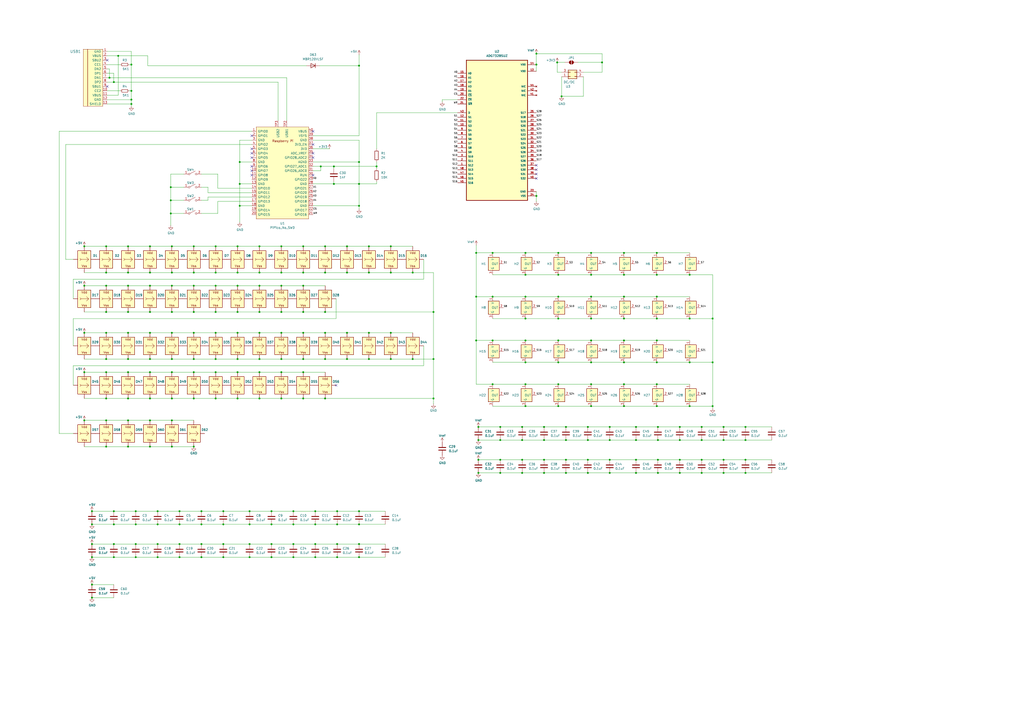
<source format=kicad_sch>
(kicad_sch (version 20250114) (generator "eeschema") (generator_version "9.0")
  (paper "A2")
  (junction (at 157.48 304.165))
  (junction (at 315.595 247.65))
  (junction (at 76.2 60.325))
  (junction (at 125.095 208.28))
  (junction (at 139.065 119.38))
  (junction (at 74.295 243.84))
  (junction (at 99.695 158.115))
  (junction (at 400.05 210.185))
  (junction (at 125.095 231.14))
  (junction (at 285.75 146.685))
  (junction (at 315.595 266.7))
  (junction (at 304.8 210.185))
  (junction (at 68.58 32.385))
  (junction (at 290.195 266.7))
  (junction (at 137.795 142.875))
  (junction (at 86.995 208.28))
  (junction (at 99.06 108.585))
  (junction (at 328.295 266.7))
  (junction (at 302.895 274.32))
  (junction (at 104.14 304.165))
  (junction (at 195.58 296.545))
  (junction (at 381 146.685))
  (junction (at 381.635 266.7))
  (junction (at 304.8 235.585))
  (junction (at 86.995 158.115))
  (junction (at 368.935 255.27))
  (junction (at 175.895 231.14))
  (junction (at 188.595 193.04))
  (junction (at 182.88 296.545))
  (junction (at 144.78 323.215))
  (junction (at 99.695 215.9))
  (junction (at 137.795 180.975))
  (junction (at 413.385 210.185))
  (junction (at 125.095 180.975))
  (junction (at 129.54 315.595))
  (junction (at 226.695 142.875))
  (junction (at 208.28 38.1))
  (junction (at 381 235.585))
  (junction (at 218.44 96.52))
  (junction (at 86.995 231.14))
  (junction (at 277.495 255.27))
  (junction (at 239.395 158.115))
  (junction (at 193.675 106.68))
  (junction (at 394.335 266.7))
  (junction (at 304.8 184.785))
  (junction (at 91.44 323.215))
  (junction (at 381 159.385))
  (junction (at 61.595 193.04))
  (junction (at 137.795 215.9))
  (junction (at 361.95 184.785))
  (junction (at 175.895 208.28))
  (junction (at 175.895 158.115))
  (junction (at 328.295 274.32))
  (junction (at 323.85 172.085))
  (junction (at 361.95 159.385))
  (junction (at 53.34 323.215))
  (junction (at 170.18 304.165))
  (junction (at 342.9 146.685))
  (junction (at 74.295 180.975))
  (junction (at 150.495 231.14))
  (junction (at 285.75 197.485))
  (junction (at 157.48 323.215))
  (junction (at 150.495 142.875))
  (junction (at 325.755 55.88))
  (junction (at 353.695 274.32))
  (junction (at 74.295 208.28))
  (junction (at 137.795 193.04))
  (junction (at 99.06 116.205))
  (junction (at 315.595 274.32))
  (junction (at 137.795 231.14))
  (junction (at 323.85 210.185))
  (junction (at 195.58 315.595))
  (junction (at 104.14 323.215))
  (junction (at 78.74 315.595))
  (junction (at 239.395 208.28))
  (junction (at 368.935 274.32))
  (junction (at 112.395 158.115))
  (junction (at 99.695 165.735))
  (junction (at 419.735 266.7))
  (junction (at 144.78 315.595))
  (junction (at 78.74 323.215))
  (junction (at 432.435 266.7))
  (junction (at 302.895 266.7))
  (junction (at 137.795 208.28))
  (junction (at 112.395 215.9))
  (junction (at 277.495 274.32))
  (junction (at 86.995 243.84))
  (junction (at 139.065 106.68))
  (junction (at 175.895 215.9))
  (junction (at 285.75 222.885))
  (junction (at 48.895 165.735))
  (junction (at 193.675 96.52))
  (junction (at 290.195 255.27))
  (junction (at 99.695 142.875))
  (junction (at 125.095 158.115))
  (junction (at 323.85 184.785))
  (junction (at 304.8 146.685))
  (junction (at 66.04 304.165))
  (junction (at 53.34 296.545))
  (junction (at 157.48 296.545))
  (junction (at 86.995 215.9))
  (junction (at 368.935 266.7))
  (junction (at 361.95 146.685))
  (junction (at 381 172.085))
  (junction (at 290.195 274.32))
  (junction (at 99.695 180.975))
  (junction (at 175.895 142.875))
  (junction (at 125.095 165.735))
  (junction (at 276.225 146.685))
  (junction (at 407.035 255.27))
  (junction (at 213.995 158.115))
  (junction (at 175.895 165.735))
  (junction (at 413.385 235.585))
  (junction (at 116.84 323.215))
  (junction (at 112.395 180.975))
  (junction (at 125.095 193.04))
  (junction (at 201.295 208.28))
  (junction (at 163.195 208.28))
  (junction (at 157.48 315.595))
  (junction (at 213.995 208.28))
  (junction (at 74.295 158.115))
  (junction (at 53.34 304.165))
  (junction (at 381 197.485))
  (junction (at 150.495 180.975))
  (junction (at 170.18 323.215))
  (junction (at 112.395 208.28))
  (junction (at 53.34 346.71))
  (junction (at 323.85 235.585))
  (junction (at 361.95 222.885))
  (junction (at 361.95 235.585))
  (junction (at 323.85 146.685))
  (junction (at 61.595 215.9))
  (junction (at 340.995 247.65))
  (junction (at 195.58 323.215))
  (junction (at 116.84 304.165))
  (junction (at 285.75 172.085))
  (junction (at 163.195 215.9))
  (junction (at 116.84 296.545))
  (junction (at 407.035 266.7))
  (junction (at 74.295 193.04))
  (junction (at 74.295 231.14))
  (junction (at 186.055 96.52))
  (junction (at 304.8 159.385))
  (junction (at 381.635 274.32))
  (junction (at 48.895 193.04))
  (junction (at 340.995 266.7))
  (junction (at 353.695 255.27))
  (junction (at 323.85 222.885))
  (junction (at 188.595 180.975))
  (junction (at 302.895 247.65))
  (junction (at 163.195 193.04))
  (junction (at 112.395 142.875))
  (junction (at 342.9 210.185))
  (junction (at 251.46 208.28))
  (junction (at 208.28 93.98))
  (junction (at 311.15 113.665))
  (junction (at 182.88 304.165))
  (junction (at 349.25 36.195))
  (junction (at 99.695 231.14))
  (junction (at 112.395 193.04))
  (junction (at 48.895 215.9))
  (junction (at 188.595 208.28))
  (junction (at 66.04 315.595))
  (junction (at 137.795 165.735))
  (junction (at 125.095 142.875))
  (junction (at 112.395 231.14))
  (junction (at 311.15 37.465))
  (junction (at 353.695 247.65))
  (junction (at 419.735 274.32))
  (junction (at 150.495 193.04))
  (junction (at 175.895 180.975))
  (junction (at 91.44 296.545))
  (junction (at 91.44 315.595))
  (junction (at 432.435 255.27))
  (junction (at 353.695 266.7))
  (junction (at 129.54 323.215))
  (junction (at 99.06 123.825))
  (junction (at 76.2 37.465))
  (junction (at 48.895 243.84))
  (junction (at 277.495 247.65))
  (junction (at 76.2 57.785))
  (junction (at 182.88 315.595))
  (junction (at 61.595 208.28))
  (junction (at 226.695 158.115))
  (junction (at 91.44 304.165))
  (junction (at 323.85 197.485))
  (junction (at 139.065 93.98))
  (junction (at 163.195 158.115))
  (junction (at 361.95 210.185))
  (junction (at 381 222.885))
  (junction (at 340.995 274.32))
  (junction (at 66.04 296.545))
  (junction (at 74.295 165.735))
  (junction (at 163.195 165.735))
  (junction (at 276.225 172.085))
  (junction (at 400.05 235.585))
  (junction (at 163.195 180.975))
  (junction (at 53.34 339.09))
  (junction (at 419.735 255.27))
  (junction (at 150.495 158.115))
  (junction (at 208.28 315.595))
  (junction (at 78.74 296.545))
  (junction (at 129.54 304.165))
  (junction (at 61.595 259.08))
  (junction (at 170.18 315.595))
  (junction (at 150.495 165.735))
  (junction (at 144.78 296.545))
  (junction (at 328.295 255.27))
  (junction (at 76.2 52.705))
  (junction (at 86.995 180.975))
  (junction (at 104.14 296.545))
  (junction (at 342.9 222.885))
  (junction (at 61.595 180.975))
  (junction (at 61.595 165.735))
  (junction (at 63.5 45.085))
  (junction (at 342.9 184.785))
  (junction (at 116.84 315.595))
  (junction (at 112.395 259.08))
  (junction (at 112.395 165.735))
  (junction (at 407.035 274.32))
  (junction (at 226.695 193.04))
  (junction (at 302.895 255.27))
  (junction (at 201.295 193.04))
  (junction (at 163.195 231.14))
  (junction (at 400.05 184.785))
  (junction (at 61.595 142.875))
  (junction (at 175.895 193.04))
  (junction (at 208.28 304.165))
  (junction (at 213.995 142.875))
  (junction (at 201.295 158.115))
  (junction (at 129.54 296.545))
  (junction (at 86.995 165.735))
  (junction (at 104.14 315.595))
  (junction (at 323.215 36.195))
  (junction (at 188.595 142.875))
  (junction (at 74.295 215.9))
  (junction (at 99.695 243.84))
  (junction (at 381 210.185))
  (junction (at 381 184.785))
  (junction (at 432.435 274.32))
  (junction (at 86.995 193.04))
  (junction (at 86.995 142.875))
  (junction (at 368.935 247.65))
  (junction (at 99.695 208.28))
  (junction (at 311.15 31.115))
  (junction (at 304.8 222.885))
  (junction (at 213.995 193.04))
  (junction (at 150.495 215.9))
  (junction (at 170.18 296.545))
  (junction (at 208.28 296.545))
  (junction (at 48.895 142.875))
  (junction (at 195.58 304.165))
  (junction (at 432.435 247.65))
  (junction (at 86.995 259.08))
  (junction (at 394.335 274.32))
  (junction (at 251.46 231.14))
  (junction (at 276.225 197.485))
  (junction (at 361.95 197.485))
  (junction (at 144.78 304.165))
  (junction (at 66.04 323.215))
  (junction (at 394.335 255.27))
  (junction (at 61.595 231.14))
  (junction (at 413.385 184.785))
  (junction (at 394.335 247.65))
  (junction (at 188.595 158.115))
  (junction (at 74.295 142.875))
  (junction (at 342.9 197.485))
  (junction (at 226.695 208.28))
  (junction (at 182.88 323.215))
  (junction (at 61.595 243.84))
  (junction (at 315.595 255.27))
  (junction (at 290.195 247.65))
  (junction (at 53.34 315.595))
  (junction (at 66.04 47.625))
  (junction (at 361.95 172.085))
  (junction (at 340.995 255.27))
  (junction (at 201.295 142.875))
  (junction (at 400.05 159.385))
  (junction (at 342.9 235.585))
  (junction (at 304.8 172.085))
  (junction (at 208.28 106.68))
  (junction (at 99.695 259.08))
  (junction (at 304.8 197.485))
  (junction (at 74.295 259.08))
  (junction (at 251.46 180.975))
  (junction (at 61.595 158.115))
  (junction (at 137.795 158.115))
  (junction (at 99.695 193.04))
  (junction (at 208.28 323.215))
  (junction (at 381.635 255.27))
  (junction (at 342.9 172.085))
  (junction (at 381.635 247.65))
  (junction (at 328.295 247.65))
  (junction (at 277.495 266.7))
  (junction (at 342.9 159.385))
  (junction (at 78.74 304.165))
  (junction (at 208.28 119.38))
  (junction (at 150.495 208.28))
  (junction (at 419.735 247.65))
  (junction (at 125.095 215.9))
  (junction (at 188.595 231.14))
  (junction (at 323.85 159.385))
  (junction (at 407.035 247.65))
  (junction (at 163.195 142.875))
  (no_connect (at 62.23 50.165))
  (no_connect (at 311.15 103.505))
  (no_connect (at 311.15 98.425))
  (no_connect (at 146.05 99.06))
  (no_connect (at 181.61 101.6))
  (no_connect (at 181.61 83.82))
  (no_connect (at 181.61 88.9))
  (no_connect (at 194.945 223.52))
  (no_connect (at 181.61 91.44))
  (no_connect (at 146.05 78.74))
  (no_connect (at 311.15 100.965))
  (no_connect (at 146.05 96.52))
  (no_connect (at 62.23 34.925))
  (no_connect (at 181.61 76.2))
  (no_connect (at 146.05 86.36))
  (no_connect (at 311.15 95.885))
  (no_connect (at 146.05 101.6))
  (no_connect (at 146.05 91.44))
  (no_connect (at 146.05 88.9))
  (wire (pts (xy 432.435 255.27) (xy 447.675 255.27)))
  (wire (pts (xy 76.2 52.705) (xy 74.93 52.705)))
  (wire (pts (xy 340.995 274.32) (xy 353.695 274.32)))
  (wire (pts (xy 48.895 165.735) (xy 61.595 165.735)))
  (wire (pts (xy 125.095 215.9) (xy 137.795 215.9)))
  (wire (pts (xy 163.195 180.975) (xy 175.895 180.975)))
  (wire (pts (xy 315.595 255.27) (xy 328.295 255.27)))
  (wire (pts (xy 195.58 323.215) (xy 208.28 323.215)))
  (wire (pts (xy 195.58 304.165) (xy 208.28 304.165)))
  (wire (pts (xy 325.755 55.88) (xy 338.455 55.88)))
  (wire (pts (xy 302.895 247.65) (xy 315.595 247.65)))
  (wire (pts (xy 150.495 231.14) (xy 163.195 231.14)))
  (wire (pts (xy 276.225 222.885) (xy 276.225 197.485)))
  (wire (pts (xy 285.75 159.385) (xy 304.8 159.385)))
  (wire (pts (xy 181.61 86.36) (xy 191.135 86.36)))
  (wire (pts (xy 139.065 81.28) (xy 139.065 93.98)))
  (wire (pts (xy 66.04 42.545) (xy 66.04 47.625)))
  (wire (pts (xy 76.2 37.465) (xy 76.2 52.705)))
  (wire (pts (xy 342.9 197.485) (xy 323.85 197.485)))
  (wire (pts (xy 407.035 266.7) (xy 419.735 266.7)))
  (wire (pts (xy 150.495 158.115) (xy 163.195 158.115)))
  (wire (pts (xy 146.05 109.22) (xy 126.365 109.22)))
  (wire (pts (xy 226.695 193.04) (xy 239.395 193.04)))
  (wire (pts (xy 62.23 57.785) (xy 76.2 57.785)))
  (wire (pts (xy 193.675 105.41) (xy 193.675 106.68)))
  (wire (pts (xy 126.365 100.965) (xy 116.84 100.965)))
  (wire (pts (xy 86.995 165.735) (xy 99.695 165.735)))
  (wire (pts (xy 99.695 231.14) (xy 112.395 231.14)))
  (wire (pts (xy 34.29 76.2) (xy 34.29 251.46)))
  (wire (pts (xy 265.43 57.785) (xy 256.54 57.785)))
  (wire (pts (xy 381.635 266.7) (xy 394.335 266.7)))
  (wire (pts (xy 201.295 158.115) (xy 213.995 158.115)))
  (wire (pts (xy 38.1 150.495) (xy 42.545 150.495)))
  (wire (pts (xy 276.225 197.485) (xy 276.225 172.085)))
  (wire (pts (xy 181.61 119.38) (xy 208.28 119.38)))
  (wire (pts (xy 213.995 208.28) (xy 226.695 208.28)))
  (wire (pts (xy 325.755 44.45) (xy 325.755 55.88)))
  (wire (pts (xy 62.23 60.325) (xy 76.2 60.325)))
  (wire (pts (xy 276.225 172.085) (xy 276.225 146.685)))
  (wire (pts (xy 61.595 243.84) (xy 74.295 243.84)))
  (wire (pts (xy 116.84 304.165) (xy 129.54 304.165)))
  (wire (pts (xy 381 197.485) (xy 361.95 197.485)))
  (wire (pts (xy 226.695 142.875) (xy 239.395 142.875)))
  (wire (pts (xy 166.37 45.085) (xy 63.5 45.085)))
  (wire (pts (xy 304.8 146.685) (xy 285.75 146.685)))
  (wire (pts (xy 394.335 247.65) (xy 407.035 247.65)))
  (wire (pts (xy 175.895 180.975) (xy 188.595 180.975)))
  (wire (pts (xy 188.595 208.28) (xy 201.295 208.28)))
  (wire (pts (xy 285.75 222.885) (xy 276.225 222.885)))
  (wire (pts (xy 328.295 274.32) (xy 340.995 274.32)))
  (wire (pts (xy 125.095 142.875) (xy 137.795 142.875)))
  (wire (pts (xy 208.28 81.28) (xy 208.28 93.98)))
  (wire (pts (xy 182.88 304.165) (xy 195.58 304.165)))
  (wire (pts (xy 137.795 180.975) (xy 150.495 180.975)))
  (wire (pts (xy 106.68 100.965) (xy 99.06 100.965)))
  (wire (pts (xy 61.595 215.9) (xy 74.295 215.9)))
  (wire (pts (xy 342.9 159.385) (xy 361.95 159.385)))
  (wire (pts (xy 311.15 113.665) (xy 311.15 116.84)))
  (wire (pts (xy 112.395 180.975) (xy 125.095 180.975)))
  (wire (pts (xy 62.23 52.705) (xy 69.85 52.705)))
  (wire (pts (xy 208.28 38.1) (xy 208.28 78.74)))
  (wire (pts (xy 48.895 215.9) (xy 61.595 215.9)))
  (wire (pts (xy 182.88 296.545) (xy 195.58 296.545)))
  (wire (pts (xy 74.295 158.115) (xy 86.995 158.115)))
  (wire (pts (xy 66.04 315.595) (xy 78.74 315.595)))
  (wire (pts (xy 78.74 323.215) (xy 91.44 323.215)))
  (wire (pts (xy 175.895 158.115) (xy 188.595 158.115)))
  (wire (pts (xy 86.995 215.9) (xy 99.695 215.9)))
  (wire (pts (xy 218.44 65.405) (xy 218.44 86.36)))
  (wire (pts (xy 304.8 184.785) (xy 323.85 184.785)))
  (wire (pts (xy 137.795 215.9) (xy 150.495 215.9)))
  (wire (pts (xy 166.37 45.085) (xy 166.37 69.85)))
  (wire (pts (xy 91.44 315.595) (xy 104.14 315.595)))
  (wire (pts (xy 285.75 172.085) (xy 276.225 172.085)))
  (wire (pts (xy 157.48 323.215) (xy 170.18 323.215)))
  (wire (pts (xy 311.15 31.115) (xy 349.25 31.115)))
  (wire (pts (xy 361.95 172.085) (xy 342.9 172.085)))
  (wire (pts (xy 61.595 180.975) (xy 74.295 180.975)))
  (wire (pts (xy 290.195 255.27) (xy 302.895 255.27)))
  (wire (pts (xy 251.46 158.115) (xy 239.395 158.115)))
  (wire (pts (xy 213.995 142.875) (xy 226.695 142.875)))
  (wire (pts (xy 120.65 116.205) (xy 116.84 116.205)))
  (wire (pts (xy 99.695 208.28) (xy 112.395 208.28)))
  (wire (pts (xy 42.545 161.925) (xy 42.545 173.355)))
  (wire (pts (xy 188.595 231.14) (xy 251.46 231.14)))
  (wire (pts (xy 218.44 106.68) (xy 208.28 106.68)))
  (wire (pts (xy 285.75 197.485) (xy 276.225 197.485)))
  (wire (pts (xy 304.8 197.485) (xy 285.75 197.485)))
  (wire (pts (xy 99.06 116.205) (xy 106.68 116.205)))
  (wire (pts (xy 38.1 83.82) (xy 38.1 150.495)))
  (wire (pts (xy 157.48 315.595) (xy 170.18 315.595)))
  (wire (pts (xy 304.8 210.185) (xy 323.85 210.185)))
  (wire (pts (xy 125.095 208.28) (xy 137.795 208.28)))
  (wire (pts (xy 361.95 222.885) (xy 342.9 222.885)))
  (wire (pts (xy 361.95 210.185) (xy 381 210.185)))
  (wire (pts (xy 342.9 222.885) (xy 323.85 222.885)))
  (wire (pts (xy 76.2 29.845) (xy 76.2 37.465)))
  (wire (pts (xy 193.675 96.52) (xy 218.44 96.52)))
  (wire (pts (xy 112.395 208.28) (xy 125.095 208.28)))
  (wire (pts (xy 91.44 323.215) (xy 104.14 323.215)))
  (wire (pts (xy 368.935 255.27) (xy 381.635 255.27)))
  (wire (pts (xy 112.395 193.04) (xy 125.095 193.04)))
  (wire (pts (xy 245.745 150.495) (xy 245.745 161.925)))
  (wire (pts (xy 182.88 315.595) (xy 195.58 315.595)))
  (wire (pts (xy 323.85 159.385) (xy 342.9 159.385)))
  (wire (pts (xy 163.195 165.735) (xy 175.895 165.735)))
  (wire (pts (xy 400.05 184.785) (xy 413.385 184.785)))
  (wire (pts (xy 99.695 215.9) (xy 112.395 215.9)))
  (wire (pts (xy 368.935 266.7) (xy 381.635 266.7)))
  (wire (pts (xy 112.395 215.9) (xy 125.095 215.9)))
  (wire (pts (xy 335.28 36.195) (xy 349.25 36.195)))
  (wire (pts (xy 48.895 208.28) (xy 61.595 208.28)))
  (wire (pts (xy 213.995 158.115) (xy 226.695 158.115)))
  (wire (pts (xy 323.85 210.185) (xy 342.9 210.185)))
  (wire (pts (xy 251.46 180.975) (xy 251.46 158.115)))
  (wire (pts (xy 323.215 36.195) (xy 323.215 41.91)))
  (wire (pts (xy 323.85 146.685) (xy 304.8 146.685)))
  (wire (pts (xy 53.34 339.09) (xy 66.04 339.09)))
  (wire (pts (xy 285.75 235.585) (xy 304.8 235.585)))
  (wire (pts (xy 53.34 346.71) (xy 66.04 346.71)))
  (wire (pts (xy 62.23 29.845) (xy 76.2 29.845)))
  (wire (pts (xy 186.055 96.52) (xy 181.61 96.52)))
  (wire (pts (xy 139.065 93.98) (xy 139.065 106.68)))
  (wire (pts (xy 194.945 173.355) (xy 194.945 184.785)))
  (wire (pts (xy 208.28 119.38) (xy 208.28 121.285)))
  (wire (pts (xy 328.295 255.27) (xy 340.995 255.27)))
  (wire (pts (xy 137.795 165.735) (xy 150.495 165.735)))
  (wire (pts (xy 394.335 274.32) (xy 407.035 274.32)))
  (wire (pts (xy 129.54 296.545) (xy 144.78 296.545)))
  (wire (pts (xy 361.95 146.685) (xy 342.9 146.685)))
  (wire (pts (xy 170.18 304.165) (xy 182.88 304.165)))
  (wire (pts (xy 304.8 172.085) (xy 285.75 172.085)))
  (wire (pts (xy 112.395 158.115) (xy 125.095 158.115)))
  (wire (pts (xy 66.04 296.545) (xy 78.74 296.545)))
  (wire (pts (xy 157.48 296.545) (xy 170.18 296.545)))
  (wire (pts (xy 99.06 100.965) (xy 99.06 108.585)))
  (wire (pts (xy 99.695 142.875) (xy 112.395 142.875)))
  (wire (pts (xy 186.055 99.06) (xy 181.61 99.06)))
  (wire (pts (xy 394.335 255.27) (xy 407.035 255.27)))
  (wire (pts (xy 139.065 93.98) (xy 146.05 93.98)))
  (wire (pts (xy 144.78 315.595) (xy 157.48 315.595)))
  (wire (pts (xy 112.395 142.875) (xy 125.095 142.875)))
  (wire (pts (xy 62.23 55.245) (xy 68.58 55.245)))
  (wire (pts (xy 62.23 45.085) (xy 63.5 45.085)))
  (wire (pts (xy 68.58 55.245) (xy 68.58 32.385)))
  (wire (pts (xy 78.74 315.595) (xy 91.44 315.595)))
  (wire (pts (xy 188.595 180.975) (xy 251.46 180.975)))
  (wire (pts (xy 285.75 210.185) (xy 304.8 210.185)))
  (wire (pts (xy 290.195 247.65) (xy 302.895 247.65)))
  (wire (pts (xy 163.195 208.28) (xy 175.895 208.28)))
  (wire (pts (xy 251.46 231.14) (xy 251.46 208.28)))
  (wire (pts (xy 342.9 172.085) (xy 323.85 172.085)))
  (wire (pts (xy 400.05 146.685) (xy 381 146.685)))
  (wire (pts (xy 419.735 255.27) (xy 432.435 255.27)))
  (wire (pts (xy 381.635 247.65) (xy 394.335 247.65)))
  (wire (pts (xy 413.385 210.185) (xy 413.385 235.585)))
  (wire (pts (xy 381 172.085) (xy 361.95 172.085)))
  (wire (pts (xy 193.675 96.52) (xy 186.055 96.52)))
  (wire (pts (xy 61.595 259.08) (xy 74.295 259.08)))
  (wire (pts (xy 78.74 304.165) (xy 91.44 304.165)))
  (wire (pts (xy 74.295 215.9) (xy 86.995 215.9)))
  (wire (pts (xy 99.695 259.08) (xy 112.395 259.08)))
  (wire (pts (xy 163.195 231.14) (xy 175.895 231.14)))
  (wire (pts (xy 381.635 255.27) (xy 394.335 255.27)))
  (wire (pts (xy 323.85 172.085) (xy 304.8 172.085)))
  (wire (pts (xy 239.395 208.28) (xy 251.46 208.28)))
  (wire (pts (xy 208.28 93.98) (xy 208.28 106.68)))
  (wire (pts (xy 188.595 142.875) (xy 201.295 142.875)))
  (wire (pts (xy 208.28 31.75) (xy 208.28 38.1)))
  (wire (pts (xy 353.695 255.27) (xy 368.935 255.27)))
  (wire (pts (xy 419.735 247.65) (xy 432.435 247.65)))
  (wire (pts (xy 86.995 231.14) (xy 99.695 231.14)))
  (wire (pts (xy 400.05 197.485) (xy 381 197.485)))
  (wire (pts (xy 76.2 57.785) (xy 76.2 60.325)))
  (wire (pts (xy 381 210.185) (xy 400.05 210.185)))
  (wire (pts (xy 74.295 243.84) (xy 86.995 243.84)))
  (wire (pts (xy 42.545 184.785) (xy 42.545 200.66)))
  (wire (pts (xy 139.065 106.68) (xy 146.05 106.68)))
  (wire (pts (xy 125.095 165.735) (xy 137.795 165.735)))
  (wire (pts (xy 163.195 193.04) (xy 175.895 193.04)))
  (wire (pts (xy 218.44 93.98) (xy 218.44 96.52)))
  (wire (pts (xy 407.035 247.65) (xy 419.735 247.65)))
  (wire (pts (xy 311.15 31.115) (xy 311.15 37.465)))
  (wire (pts (xy 116.84 123.825) (xy 126.365 123.825)))
  (wire (pts (xy 327.66 36.195) (xy 323.215 36.195)))
  (wire (pts (xy 99.695 180.975) (xy 112.395 180.975)))
  (wire (pts (xy 381.635 274.32) (xy 394.335 274.32)))
  (wire (pts (xy 400.05 172.085) (xy 381 172.085)))
  (wire (pts (xy 99.06 123.825) (xy 106.68 123.825)))
  (wire (pts (xy 368.935 247.65) (xy 381.635 247.65)))
  (wire (pts (xy 104.14 315.595) (xy 116.84 315.595)))
  (wire (pts (xy 338.455 41.91) (xy 349.25 41.91)))
  (wire (pts (xy 61.595 142.875) (xy 74.295 142.875)))
  (wire (pts (xy 129.54 323.215) (xy 144.78 323.215)))
  (wire (pts (xy 323.85 197.485) (xy 304.8 197.485)))
  (wire (pts (xy 285.75 184.785) (xy 304.8 184.785)))
  (wire (pts (xy 170.18 323.215) (xy 182.88 323.215)))
  (wire (pts (xy 144.78 296.545) (xy 157.48 296.545)))
  (wire (pts (xy 361.95 159.385) (xy 381 159.385)))
  (wire (pts (xy 104.14 323.215) (xy 116.84 323.215)))
  (wire (pts (xy 125.095 193.04) (xy 137.795 193.04)))
  (wire (pts (xy 99.695 158.115) (xy 112.395 158.115)))
  (wire (pts (xy 208.28 323.215) (xy 223.52 323.215)))
  (wire (pts (xy 120.65 108.585) (xy 116.84 108.585)))
  (wire (pts (xy 432.435 274.32) (xy 447.675 274.32)))
  (wire (pts (xy 245.745 212.09) (xy 42.545 212.09)))
  (wire (pts (xy 400.05 210.185) (xy 413.385 210.185)))
  (wire (pts (xy 432.435 247.65) (xy 447.675 247.65)))
  (wire (pts (xy 38.1 83.82) (xy 146.05 83.82)))
  (wire (pts (xy 53.34 304.165) (xy 66.04 304.165)))
  (wire (pts (xy 150.495 142.875) (xy 163.195 142.875)))
  (wire (pts (xy 76.2 60.325) (xy 76.2 61.595)))
  (wire (pts (xy 74.295 165.735) (xy 86.995 165.735)))
  (wire (pts (xy 302.895 266.7) (xy 315.595 266.7)))
  (wire (pts (xy 361.95 184.785) (xy 381 184.785)))
  (wire (pts (xy 99.06 108.585) (xy 99.06 116.205)))
  (wire (pts (xy 285.75 146.685) (xy 276.225 146.685)))
  (wire (pts (xy 413.385 184.785) (xy 413.385 210.185)))
  (wire (pts (xy 213.995 193.04) (xy 226.695 193.04)))
  (wire (pts (xy 186.055 96.52) (xy 186.055 99.06)))
  (wire (pts (xy 353.695 247.65) (xy 368.935 247.65)))
  (wire (pts (xy 74.295 193.04) (xy 86.995 193.04)))
  (wire (pts (xy 277.495 255.27) (xy 290.195 255.27)))
  (wire (pts (xy 62.23 42.545) (xy 66.04 42.545)))
  (wire (pts (xy 150.495 165.735) (xy 163.195 165.735)))
  (wire (pts (xy 74.295 142.875) (xy 86.995 142.875)))
  (wire (pts (xy 129.54 304.165) (xy 144.78 304.165)))
  (wire (pts (xy 99.06 108.585) (xy 106.68 108.585)))
  (wire (pts (xy 86.995 193.04) (xy 99.695 193.04)))
  (wire (pts (xy 61.595 165.735) (xy 74.295 165.735)))
  (wire (pts (xy 177.8 38.1) (xy 85.725 38.1)))
  (wire (pts (xy 400.05 235.585) (xy 413.385 235.585)))
  (wire (pts (xy 353.695 266.7) (xy 368.935 266.7)))
  (wire (pts (xy 381 235.585) (xy 400.05 235.585)))
  (wire (pts (xy 62.23 40.005) (xy 63.5 40.005)))
  (wire (pts (xy 290.195 266.7) (xy 302.895 266.7)))
  (wire (pts (xy 201.295 193.04) (xy 213.995 193.04)))
  (wire (pts (xy 170.18 296.545) (xy 182.88 296.545)))
  (wire (pts (xy 86.995 208.28) (xy 99.695 208.28)))
  (wire (pts (xy 256.54 57.785) (xy 256.54 59.055)))
  (wire (pts (xy 218.44 105.41) (xy 218.44 106.68)))
  (wire (pts (xy 277.495 247.65) (xy 290.195 247.65)))
  (wire (pts (xy 251.46 234.315) (xy 251.46 231.14)))
  (wire (pts (xy 86.995 158.115) (xy 99.695 158.115)))
  (wire (pts (xy 419.735 274.32) (xy 432.435 274.32)))
  (wire (pts (xy 302.895 255.27) (xy 315.595 255.27)))
  (wire (pts (xy 139.065 106.68) (xy 139.065 119.38)))
  (wire (pts (xy 277.495 274.32) (xy 290.195 274.32)))
  (wire (pts (xy 66.04 304.165) (xy 78.74 304.165)))
  (wire (pts (xy 361.95 235.585) (xy 381 235.585)))
  (wire (pts (xy 432.435 266.7) (xy 447.675 266.7)))
  (wire (pts (xy 161.29 47.625) (xy 66.04 47.625)))
  (wire (pts (xy 340.995 247.65) (xy 353.695 247.65)))
  (wire (pts (xy 276.225 142.24) (xy 276.225 146.685)))
  (wire (pts (xy 193.675 96.52) (xy 193.675 97.79)))
  (wire (pts (xy 78.74 296.545) (xy 91.44 296.545)))
  (wire (pts (xy 86.995 142.875) (xy 99.695 142.875)))
  (wire (pts (xy 74.295 208.28) (xy 86.995 208.28)))
  (wire (pts (xy 170.18 315.595) (xy 182.88 315.595)))
  (wire (pts (xy 48.895 180.975) (xy 61.595 180.975)))
  (wire (pts (xy 74.295 259.08) (xy 86.995 259.08)))
  (wire (pts (xy 226.695 158.115) (xy 239.395 158.115)))
  (wire (pts (xy 85.725 38.1) (xy 85.725 32.385)))
  (wire (pts (xy 61.595 231.14) (xy 74.295 231.14)))
  (wire (pts (xy 61.595 208.28) (xy 74.295 208.28)))
  (wire (pts (xy 144.78 323.215) (xy 157.48 323.215)))
  (wire (pts (xy 48.895 142.875) (xy 61.595 142.875)))
  (wire (pts (xy 85.725 32.385) (xy 68.58 32.385)))
  (wire (pts (xy 323.215 41.91) (xy 325.755 41.91)))
  (wire (pts (xy 175.895 231.14) (xy 188.595 231.14)))
  (wire (pts (xy 195.58 296.545) (xy 208.28 296.545)))
  (wire (pts (xy 61.595 193.04) (xy 74.295 193.04)))
  (wire (pts (xy 126.365 109.22) (xy 126.365 100.965)))
  (wire (pts (xy 245.745 161.925) (xy 42.545 161.925)))
  (wire (pts (xy 251.46 208.28) (xy 251.46 180.975)))
  (wire (pts (xy 163.195 158.115) (xy 175.895 158.115)))
  (wire (pts (xy 99.06 123.825) (xy 99.06 130.81)))
  (wire (pts (xy 48.895 231.14) (xy 61.595 231.14)))
  (wire (pts (xy 104.14 304.165) (xy 116.84 304.165)))
  (wire (pts (xy 349.25 36.195) (xy 349.25 31.115)))
  (wire (pts (xy 86.995 243.84) (xy 99.695 243.84)))
  (wire (pts (xy 208.28 315.595) (xy 223.52 315.595)))
  (wire (pts (xy 62.23 37.465) (xy 69.85 37.465)))
  (wire (pts (xy 137.795 142.875) (xy 150.495 142.875)))
  (wire (pts (xy 323.85 222.885) (xy 304.8 222.885)))
  (wire (pts (xy 195.58 315.595) (xy 208.28 315.595)))
  (wire (pts (xy 137.795 231.14) (xy 150.495 231.14)))
  (wire (pts (xy 157.48 304.165) (xy 170.18 304.165)))
  (wire (pts (xy 146.05 81.28) (xy 139.065 81.28)))
  (wire (pts (xy 208.28 106.68) (xy 208.28 119.38)))
  (wire (pts (xy 137.795 208.28) (xy 150.495 208.28)))
  (wire (pts (xy 304.8 235.585) (xy 323.85 235.585)))
  (wire (pts (xy 48.895 193.04) (xy 61.595 193.04)))
  (wire (pts (xy 188.595 193.04) (xy 201.295 193.04)))
  (wire (pts (xy 99.06 116.205) (xy 99.06 123.825)))
  (wire (pts (xy 86.995 259.08) (xy 99.695 259.08)))
  (wire (pts (xy 353.695 274.32) (xy 368.935 274.32)))
  (wire (pts (xy 208.28 296.545) (xy 223.52 296.545)))
  (wire (pts (xy 342.9 235.585) (xy 361.95 235.585)))
  (wire (pts (xy 201.295 208.28) (xy 213.995 208.28)))
  (wire (pts (xy 194.945 184.785) (xy 42.545 184.785)))
  (wire (pts (xy 208.28 304.165) (xy 223.52 304.165)))
  (wire (pts (xy 381 146.685) (xy 361.95 146.685)))
  (wire (pts (xy 125.095 158.115) (xy 137.795 158.115)))
  (wire (pts (xy 137.795 158.115) (xy 150.495 158.115)))
  (wire (pts (xy 62.23 47.625) (xy 66.04 47.625)))
  (wire (pts (xy 340.995 255.27) (xy 353.695 255.27)))
  (wire (pts (xy 146.05 114.3) (xy 120.65 114.3)))
  (wire (pts (xy 150.495 208.28) (xy 163.195 208.28)))
  (wire (pts (xy 74.295 180.975) (xy 86.995 180.975)))
  (wire (pts (xy 323.85 184.785) (xy 342.9 184.785)))
  (wire (pts (xy 381 222.885) (xy 361.95 222.885)))
  (wire (pts (xy 99.695 165.735) (xy 112.395 165.735)))
  (wire (pts (xy 181.61 81.28) (xy 208.28 81.28)))
  (wire (pts (xy 53.34 323.215) (xy 66.04 323.215)))
  (wire (pts (xy 139.065 119.38) (xy 139.065 128.905)))
  (wire (pts (xy 104.14 296.545) (xy 116.84 296.545)))
  (wire (pts (xy 116.84 323.215) (xy 129.54 323.215)))
  (wire (pts (xy 342.9 184.785) (xy 361.95 184.785)))
  (wire (pts (xy 302.895 274.32) (xy 315.595 274.32)))
  (wire (pts (xy 181.61 106.68) (xy 193.675 106.68)))
  (wire (pts (xy 368.935 274.32) (xy 381.635 274.32)))
  (wire (pts (xy 163.195 215.9) (xy 175.895 215.9)))
  (wire (pts (xy 76.2 52.705) (xy 76.2 57.785)))
  (wire (pts (xy 290.195 274.32) (xy 302.895 274.32)))
  (wire (pts (xy 381 184.785) (xy 400.05 184.785)))
  (wire (pts (xy 61.595 158.115) (xy 74.295 158.115)))
  (wire (pts (xy 137.795 193.04) (xy 150.495 193.04)))
  (wire (pts (xy 175.895 142.875) (xy 188.595 142.875)))
  (wire (pts (xy 181.61 78.74) (xy 208.28 78.74)))
  (wire (pts (xy 315.595 266.7) (xy 328.295 266.7)))
  (wire (pts (xy 413.385 235.585) (xy 413.385 236.855)))
  (wire (pts (xy 112.395 165.735) (xy 125.095 165.735)))
  (wire (pts (xy 419.735 266.7) (xy 432.435 266.7)))
  (wire (pts (xy 91.44 304.165) (xy 104.14 304.165)))
  (wire (pts (xy 328.295 247.65) (xy 340.995 247.65)))
  (wire (pts (xy 304.8 159.385) (xy 323.85 159.385)))
  (wire (pts (xy 193.675 106.68) (xy 208.28 106.68)))
  (wire (pts (xy 245.745 200.66) (xy 245.745 212.09)))
  (wire (pts (xy 74.295 231.14) (xy 86.995 231.14)))
  (wire (pts (xy 139.065 119.38) (xy 146.05 119.38)))
  (wire (pts (xy 188.595 158.115) (xy 201.295 158.115)))
  (wire (pts (xy 226.695 208.28) (xy 239.395 208.28)))
  (wire (pts (xy 48.895 243.84) (xy 61.595 243.84)))
  (wire (pts (xy 150.495 180.975) (xy 163.195 180.975)))
  (wire (pts (xy 53.34 315.595) (xy 66.04 315.595)))
  (wire (pts (xy 304.8 222.885) (xy 285.75 222.885)))
  (wire (pts (xy 394.335 266.7) (xy 407.035 266.7)))
  (wire (pts (xy 163.195 142.875) (xy 175.895 142.875)))
  (wire (pts (xy 340.995 266.7) (xy 353.695 266.7)))
  (wire (pts (xy 185.42 38.1) (xy 208.28 38.1)))
  (wire (pts (xy 126.365 116.84) (xy 146.05 116.84)))
  (wire (pts (xy 175.895 208.28) (xy 188.595 208.28)))
  (wire (pts (xy 400.05 222.885) (xy 381 222.885)))
  (wire (pts (xy 161.29 47.625) (xy 161.29 69.85)))
  (wire (pts (xy 342.9 146.685) (xy 323.85 146.685)))
  (wire (pts (xy 129.54 315.595) (xy 144.78 315.595)))
  (wire (pts (xy 407.035 255.27) (xy 419.735 255.27)))
  (wire (pts (xy 361.95 197.485) (xy 342.9 197.485)))
  (wire (pts (xy 342.9 210.185) (xy 361.95 210.185)))
  (wire (pts (xy 175.895 215.9) (xy 188.595 215.9)))
  (wire (pts (xy 338.455 44.45) (xy 338.455 55.88)))
  (wire (pts (xy 407.035 274.32) (xy 419.735 274.32)))
  (wire (pts (xy 349.25 41.91) (xy 349.25 36.195)))
  (wire (pts (xy 34.29 251.46) (xy 42.545 251.46)))
  (wire (pts (xy 328.295 266.7) (xy 340.995 266.7)))
  (wire (pts (xy 42.545 212.09) (xy 42.545 223.52)))
  (wire (pts (xy 182.88 323.215) (xy 195.58 323.215)))
  (wire (pts (xy 201.295 142.875) (xy 213.995 142.875)))
  (wire (pts (xy 144.78 304.165) (xy 157.48 304.165)))
  (wire (pts (xy 315.595 274.32) (xy 328.295 274.32)))
  (wire (pts (xy 120.65 114.3) (xy 120.65 116.205)))
  (wire (pts (xy 112.395 231.14) (xy 125.095 231.14)))
  (wire (pts (xy 53.34 296.545) (xy 66.04 296.545)))
  (wire (pts (xy 86.995 180.975) (xy 99.695 180.975)))
  (wire (pts (xy 126.365 123.825) (xy 126.365 116.84)))
  (wire (pts (xy 125.095 180.975) (xy 137.795 180.975)))
  (wire (pts (xy 311.15 111.125) (xy 311.15 113.665)))
  (wire (pts (xy 66.04 323.215) (xy 78.74 323.215)))
  (wire (pts (xy 125.095 231.14) (xy 137.795 231.14)))
  (wire (pts (xy 218.44 97.79) (xy 218.44 96.52)))
  (wire (pts (xy 381 159.385) (xy 400.05 159.385)))
  (wire (pts (xy 48.895 158.115) (xy 61.595 158.115)))
  (wire (pts (xy 175.895 193.04) (xy 188.595 193.04)))
  (wire (pts (xy 181.61 93.98) (xy 208.28 93.98)))
  (wire (pts (xy 150.495 193.04) (xy 163.195 193.04)))
  (wire (pts (xy 62.23 32.385) (xy 68.58 32.385)))
  (wire (pts (xy 323.85 235.585) (xy 342.9 235.585)))
  (wire (pts (xy 315.595 247.65) (xy 328.295 247.65)))
  (wire (pts (xy 218.44 65.405) (xy 265.43 65.405)))
  (wire (pts (xy 116.84 315.595) (xy 129.54 315.595)))
  (wire (pts (xy 413.385 159.385) (xy 413.385 184.785)))
  (wire (pts (xy 63.5 40.005) (xy 63.5 45.085)))
  (wire (pts (xy 76.2 37.465) (xy 74.93 37.465)))
  (wire (pts (xy 34.29 76.2) (xy 146.05 76.2)))
  (wire (pts (xy 400.05 159.385) (xy 413.385 159.385)))
  (wire (pts (xy 91.44 296.545) (xy 104.14 296.545)))
  (wire (pts (xy 48.895 259.08) (xy 61.595 259.08)))
  (wire (pts (xy 150.495 215.9) (xy 163.195 215.9)))
  (wire (pts (xy 311.15 37.465) (xy 311.15 41.275)))
  (wire (pts (xy 175.895 165.735) (xy 188.595 165.735)))
  (wire (pts (xy 277.495 266.7) (xy 290.195 266.7)))
  (wire (pts (xy 116.84 296.545) (xy 129.54 296.545)))
  (wire (pts (xy 146.05 111.76) (xy 120.65 111.76)))
  (wire (pts (xy 99.695 243.84) (xy 112.395 243.84)))
  (wire (pts (xy 120.65 111.76) (xy 120.65 108.585)))
  (wire (pts (xy 99.695 193.04) (xy 112.395 193.04)))
  (label "S9" (at 265.43 88.265 180) (effects (font (size 1 1))))
  (label "S14" (at 265.43 100.965 180) (effects (font (size 1 1))))
  (label "S17" (at 311.15 93.345 0) (effects (font (size 1 1))))
  (label "S27" (at 311.15 67.945 0) (effects (font (size 1 1))))
  (label "S3" (at 265.43 73.025 180) (effects (font (size 1 1))))
  (label "S13" (at 387.35 178.435 0) (effects (font (size 1 1))))
  (label "S2" (at 311.15 153.035 0) (effects (font (size 1 1))))
  (label "S25" (at 349.25 229.235 0) (effects (font (size 1 1))))
  (label "S9" (at 311.15 178.435 0) (effects (font (size 1 1))))
  (label "S3" (at 330.2 153.035 0) (effects (font (size 1 1))))
  (label "S5" (at 265.43 78.105 180) (effects (font (size 1 1))))
  (label "S22" (at 311.15 80.645 0) (effects (font (size 1 1))))
  (label "S11" (at 349.25 178.435 0) (effects (font (size 1 1))))
  (label "S4" (at 349.25 153.035 0) (effects (font (size 1 1))))
  (label "S12" (at 265.43 95.885 180) (effects (font (size 1 1))))
  (label "S28" (at 406.4 229.235 0) (effects (font (size 1 1))))
  (label "S22" (at 292.1 229.235 0) (effects (font (size 1 1))))
  (label "S4" (at 265.43 75.565 180) (effects (font (size 1 1))))
  (label "S27" (at 387.35 229.235 0) (effects (font (size 1 1))))
  (label "S5" (at 368.3 153.035 0) (effects (font (size 1 1))))
  (label "A1" (at 181.61 109.22 0) (effects (font (size 1 1))))
  (label "A3" (at 265.43 50.165 180) (effects (font (size 1 1))))
  (label "A1" (at 265.43 45.085 180) (effects (font (size 1 1))))
  (label "S8" (at 292.1 178.435 0) (effects (font (size 1 1))))
  (label "S25" (at 311.15 73.025 0) (effects (font (size 1 1))))
  (label "S1" (at 292.1 153.035 0) (effects (font (size 1 1))))
  (label "S26" (at 311.15 70.485 0) (effects (font (size 1 1))))
  (label "S23" (at 311.15 229.235 0) (effects (font (size 1 1))))
  (label "S6" (at 265.43 80.645 180) (effects (font (size 1 1))))
  (label "S28" (at 311.15 65.405 0) (effects (font (size 1 1))))
  (label "S13" (at 265.43 98.425 180) (effects (font (size 1 1))))
  (label "S18" (at 349.25 203.835 0) (effects (font (size 1 1))))
  (label "S1" (at 265.43 67.945 180) (effects (font (size 1 1))))
  (label "S7" (at 406.4 153.035 0) (effects (font (size 1 1))))
  (label "A2" (at 181.61 111.76 0) (effects (font (size 1 1))))
  (label "S10" (at 265.43 90.805 180) (effects (font (size 1 1))))
  (label "S24" (at 330.2 229.235 0) (effects (font (size 1 1))))
  (label "S14" (at 406.4 178.435 0) (effects (font (size 1 1))))
  (label "S24" (at 311.15 75.565 0) (effects (font (size 1 1))))
  (label "WR" (at 181.61 124.46 0) (effects (font (size 1 1))))
  (label "S19" (at 311.15 88.265 0) (effects (font (size 1 1))))
  (label "A2" (at 265.43 47.625 180) (effects (font (size 1 1))))
  (label "WR" (at 265.43 60.325 180) (effects (font (size 1 1))))
  (label "S23" (at 311.15 78.105 0) (effects (font (size 1 1))))
  (label "S21" (at 311.15 83.185 0) (effects (font (size 1 1))))
  (label "S16" (at 311.15 203.835 0) (effects (font (size 1 1))))
  (label "S8" (at 265.43 85.725 180) (effects (font (size 1 1))))
  (label "A4" (at 265.43 52.705 180) (effects (font (size 1 1))))
  (label "S20" (at 387.35 203.835 0) (effects (font (size 1 1))))
  (label "S19" (at 368.3 203.835 0) (effects (font (size 1 1))))
  (label "S18" (at 311.15 90.805 0) (effects (font (size 1 1))))
  (label "S7" (at 265.43 83.185 180) (effects (font (size 1 1))))
  (label "S26" (at 368.3 229.235 0) (effects (font (size 1 1))))
  (label "S2" (at 265.43 70.485 180) (effects (font (size 1 1))))
  (label "A4" (at 181.61 116.84 0) (effects (font (size 1 1))))
  (label "A3" (at 181.61 114.3 0) (effects (font (size 1 1))))
  (label "S11" (at 265.43 93.345 180) (effects (font (size 1 1))))
  (label "S10" (at 330.2 178.435 0) (effects (font (size 1 1))))
  (label "A0" (at 181.61 104.14 0) (effects (font (size 1 1))))
  (label "S15" (at 265.43 103.505 180) (effects (font (size 1 1))))
  (label "CS" (at 181.61 121.92 0) (effects (font (size 1 1))))
  (label "S20" (at 311.15 85.725 0) (effects (font (size 1 1))))
  (label "S21" (at 406.4 203.835 0) (effects (font (size 1 1))))
  (label "S16" (at 265.43 106.045 180) (effects (font (size 1 1))))
  (label "S6" (at 387.35 153.035 0) (effects (font (size 1 1))))
  (label "A0" (at 265.43 42.545 180) (effects (font (size 1 1))))
  (label "S17" (at 330.2 203.835 0) (effects (font (size 1 1))))
  (label "S12" (at 368.3 178.435 0) (effects (font (size 1 1))))
  (label "S15" (at 292.1 203.835 0) (effects (font (size 1 1))))
  (label "CS" (at 265.43 55.245 180) (effects (font (size 1 1))))
  (symbol (lib_id "Type-C:HRO-TYPE-C-31-M-12") (at 59.69 43.815 0) (unit 1)
    (property "Reference" "USB1" (at 40.64 29.845 0) (effects (font (size 1.524 1.524)) (justify left)))
    (property "Value" "U262-161N-4BVC11" (effects (hide yes)))
    (property "Footprint" "Type-C:HRO-TYPE-C-31-M-12-Assembly" (effects (hide yes)))
    (property "LCSC" "C319148" (effects (hide yes)))
  )
  (symbol (lib_id "Device:C") (at 381.635 251.46 0) (unit 1)
    (property "Reference" "C47" (at 385.445 250.1899 0) (effects (justify left)))
    (property "Value" "0.1uF" (at 385.445 252.7299 0) (effects (justify left)))
    (property "Footprint" "Capacitor_SMD:C_0603_1608Metric_Pad1.08x0.95mm_HandSolder" (effects (hide yes)))
    (property "Description" "Unpolarized capacitor" (effects (hide yes)))
  )
  (symbol (lib_id "nos_main:SS49E_SOT23") (at 381 178.435 0) (unit 1)
    (property "Reference" "H13" (at 377.19 178.4349 0) (effects (justify right)))
    (property "Value" "SS49E_SOT23" (effects (hide yes)))
    (property "Footprint" "Package_TO_SOT_SMD:SOT-23-3" (effects (hide yes)))
  )
  (symbol (lib_id "Device:C") (at 315.595 251.46 0) (unit 1)
    (property "Reference" "C37" (at 319.405 250.1899 0) (effects (justify left)))
    (property "Value" "0.1uF" (at 319.405 252.7299 0) (effects (justify left)))
    (property "Footprint" "Capacitor_SMD:C_0603_1608Metric_Pad1.08x0.95mm_HandSolder" (effects (hide yes)))
    (property "Description" "Unpolarized capacitor" (effects (hide yes)))
  )
  (symbol (lib_id "nos_main:WS2812B_Unified") (at 226.695 200.66 0) (unit 1)
    (property "Reference" "D43" (at 233.045 198.501 0))
    (property "Value" "WS2812B_Unified" (effects (hide yes)))
    (property "Footprint" "nos_main:WS2812B-4020_UP" (effects (hide yes)))
    (property "Description" "RGB LED with integrated controller" (effects (hide yes)))
  )
  (symbol (lib_id "nos_main:WS2812B_Unified") (at 188.595 200.66 0) (unit 1)
    (property "Reference" "D40" (at 194.945 198.501 0))
    (property "Value" "WS2812B_Unified" (effects (hide yes)))
    (property "Footprint" "nos_main:WS2812B-4020_UP" (effects (hide yes)))
    (property "Description" "RGB LED with integrated controller" (effects (hide yes)))
  )
  (symbol (lib_id "nos_main:SS49E_SOT23") (at 285.75 153.035 0) (unit 1)
    (property "Reference" "H1" (at 281.94 153.0349 0) (effects (justify right)))
    (property "Value" "SS49E_SOT23" (effects (hide yes)))
    (property "Footprint" "Package_TO_SOT_SMD:SOT-23-3" (effects (hide yes)))
  )
  (symbol (lib_id "Device:C") (at 104.14 319.405 0) (unit 1)
    (property "Reference" "C19" (at 107.95 318.1349 0) (effects (justify left)))
    (property "Value" "0.1uF" (at 107.95 320.6749 0) (effects (justify left)))
    (property "Footprint" "Capacitor_SMD:C_0603_1608Metric_Pad1.08x0.95mm_HandSolder" (effects (hide yes)))
    (property "Description" "Unpolarized capacitor" (effects (hide yes)))
  )
  (symbol (lib_id "nos_main:SS49E_SOT23") (at 304.8 153.035 0) (unit 1)
    (property "Reference" "H2" (at 300.99 153.0349 0) (effects (justify right)))
    (property "Value" "SS49E_SOT23" (effects (hide yes)))
    (property "Footprint" "Package_TO_SOT_SMD:SOT-23-3" (effects (hide yes)))
  )
  (symbol (lib_id "nos_main:WS2812B_Unified") (at 137.795 223.52 0) (unit 1)
    (property "Reference" "D52" (at 144.145 221.361 0))
    (property "Value" "WS2812B_Unified" (effects (hide yes)))
    (property "Footprint" "nos_main:WS2812B-4020_UP" (effects (hide yes)))
    (property "Description" "RGB LED with integrated controller" (effects (hide yes)))
  )
  (symbol (lib_id "nos_main:SS49E_SOT23") (at 400.05 203.835 0) (unit 1)
    (property "Reference" "H21" (at 396.24 203.8349 0) (effects (justify right)))
    (property "Value" "SS49E_SOT23" (effects (hide yes)))
    (property "Footprint" "Package_TO_SOT_SMD:SOT-23-3" (effects (hide yes)))
  )
  (symbol (lib_id "nos_main:SS49E_SOT23") (at 361.95 229.235 0) (unit 1)
    (property "Reference" "H26" (at 358.14 229.2349 0) (effects (justify right)))
    (property "Value" "SS49E_SOT23" (effects (hide yes)))
    (property "Footprint" "Package_TO_SOT_SMD:SOT-23-3" (effects (hide yes)))
  )
  (symbol (lib_id "nos_main:SS49E_SOT23") (at 285.75 229.235 0) (unit 1)
    (property "Reference" "H22" (at 281.94 229.2349 0) (effects (justify right)))
    (property "Value" "SS49E_SOT23" (effects (hide yes)))
    (property "Footprint" "Package_TO_SOT_SMD:SOT-23-3" (effects (hide yes)))
  )
  (symbol (lib_id "Device:C") (at 277.495 251.46 0) (unit 1)
    (property "Reference" "C31" (at 281.305 250.1899 0) (effects (justify left)))
    (property "Value" "0.1uF" (at 281.305 252.7299 0) (effects (justify left)))
    (property "Footprint" "Capacitor_SMD:C_0603_1608Metric_Pad1.08x0.95mm_HandSolder" (effects (hide yes)))
    (property "Description" "Unpolarized capacitor" (effects (hide yes)))
  )
  (symbol (lib_id "nos_main:SS49E_SOT23") (at 304.8 178.435 0) (unit 1)
    (property "Reference" "H9" (at 300.99 178.4349 0) (effects (justify right)))
    (property "Value" "SS49E_SOT23" (effects (hide yes)))
    (property "Footprint" "Package_TO_SOT_SMD:SOT-23-3" (effects (hide yes)))
  )
  (symbol (lib_id "nos_main:WS2812B_Unified") (at 86.995 200.66 0) (unit 1)
    (property "Reference" "D32" (at 93.345 198.501 0))
    (property "Value" "WS2812B_Unified" (effects (hide yes)))
    (property "Footprint" "nos_main:WS2812B-4020_UP" (effects (hide yes)))
    (property "Description" "RGB LED with integrated controller" (effects (hide yes)))
  )
  (symbol (lib_id "nos_main:ADG732BSUZ") (at 288.29 75.565 0) (unit 1)
    (property "Reference" "U2" (at 288.29 29.845 0))
    (property "Value" "ADG732BSUZ" (at 288.29 32.385 0))
    (property "Footprint" "nos_main:QFP50P900X900X120-49N" (effects (hide yes)))
  )
  (symbol (lib_id "nos_main:WS2812B_Unified") (at 61.595 173.355 0) (unit 1)
    (property "Reference" "D18" (at 67.945 171.196 0))
    (property "Value" "WS2812B_Unified" (effects (hide yes)))
    (property "Footprint" "nos_main:WS2812B-4020_UP" (effects (hide yes)))
    (property "Description" "RGB LED with integrated controller" (effects (hide yes)))
  )
  (symbol (lib_id "Device:C") (at 91.44 300.355 0) (unit 1)
    (property "Reference" "C4" (at 95.25 299.0849 0) (effects (justify left)))
    (property "Value" "0.1uF" (at 95.25 301.6249 0) (effects (justify left)))
    (property "Footprint" "Capacitor_SMD:C_0603_1608Metric_Pad1.08x0.95mm_HandSolder" (effects (hide yes)))
    (property "Description" "Unpolarized capacitor" (effects (hide yes)))
  )
  (symbol (lib_id "Switch:SW_SPST") (at 111.76 108.585 0) (unit 1)
    (property "Reference" "SW3" (at 110.49 106.045 0))
    (property "Value" "SW_SPST" (effects (hide yes)))
    (property "Footprint" "nos_main:SW_SKHHANA010_Combo" (effects (hide yes)))
    (property "Description" "Single Pole Single Throw (SPST) switch" (effects (hide yes)))
  )
  (symbol (lib_id "nos_main:WS2812B_Unified") (at 239.395 200.66 0) (unit 1)
    (property "Reference" "D44" (at 245.745 198.501 0))
    (property "Value" "WS2812B_Unified" (effects (hide yes)))
    (property "Footprint" "nos_main:WS2812B-4020_UP" (effects (hide yes)))
    (property "Description" "RGB LED with integrated controller" (effects (hide yes)))
  )
  (symbol (lib_id "nos_main:WS2812B_Unified") (at 125.095 150.495 0) (unit 1)
    (property "Reference" "D7" (at 131.445 148.336 0))
    (property "Value" "WS2812B_Unified" (effects (hide yes)))
    (property "Footprint" "nos_main:WS2812B-4020_UP" (effects (hide yes)))
    (property "Description" "RGB LED with integrated controller" (effects (hide yes)))
  )
  (symbol (lib_id "Device:C") (at 78.74 300.355 0) (unit 1)
    (property "Reference" "C3" (at 82.55 299.0849 0) (effects (justify left)))
    (property "Value" "0.1uF" (at 82.55 301.6249 0) (effects (justify left)))
    (property "Footprint" "Capacitor_SMD:C_0603_1608Metric_Pad1.08x0.95mm_HandSolder" (effects (hide yes)))
    (property "Description" "Unpolarized capacitor" (effects (hide yes)))
  )
  (symbol (lib_id "Device:C") (at 328.295 251.46 0) (unit 1)
    (property "Reference" "C39" (at 332.105 250.1899 0) (effects (justify left)))
    (property "Value" "0.1uF" (at 332.105 252.7299 0) (effects (justify left)))
    (property "Footprint" "Capacitor_SMD:C_0603_1608Metric_Pad1.08x0.95mm_HandSolder" (effects (hide yes)))
    (property "Description" "Unpolarized capacitor" (effects (hide yes)))
  )
  (symbol (lib_id "nos_main:WS2812B_Unified") (at 150.495 150.495 0) (unit 1)
    (property "Reference" "D9" (at 156.845 148.336 0))
    (property "Value" "WS2812B_Unified" (effects (hide yes)))
    (property "Footprint" "nos_main:WS2812B-4020_UP" (effects (hide yes)))
    (property "Description" "RGB LED with integrated controller" (effects (hide yes)))
  )
  (symbol (lib_id "nos_main:WS2812B_Unified") (at 48.895 150.495 0) (unit 1)
    (property "Reference" "D1" (at 55.245 148.336 0))
    (property "Value" "WS2812B_Unified" (effects (hide yes)))
    (property "Footprint" "nos_main:WS2812B-4020_UP" (effects (hide yes)))
    (property "Description" "RGB LED with integrated controller" (effects (hide yes)))
  )
  (symbol (lib_id "nos_main:WS2812B_Unified") (at 188.595 173.355 0) (unit 1)
    (property "Reference" "D28" (at 194.945 171.196 0))
    (property "Value" "WS2812B_Unified" (effects (hide yes)))
    (property "Footprint" "nos_main:WS2812B-4020_UP" (effects (hide yes)))
    (property "Description" "RGB LED with integrated controller" (effects (hide yes)))
  )
  (symbol (lib_id "Device:C") (at 223.52 319.405 0) (unit 1)
    (property "Reference" "C28" (at 227.33 318.1349 0) (effects (justify left)))
    (property "Value" "0.1uF" (at 227.33 320.6749 0) (effects (justify left)))
    (property "Footprint" "Capacitor_SMD:C_0603_1608Metric_Pad1.08x0.95mm_HandSolder" (effects (hide yes)))
    (property "Description" "Unpolarized capacitor" (effects (hide yes)))
  )
  (symbol (lib_id "nos_main:WS2812B_Unified") (at 74.295 251.46 0) (unit 1)
    (property "Reference" "D59" (at 80.645 249.301 0))
    (property "Value" "WS2812B_Unified" (effects (hide yes)))
    (property "Footprint" "nos_main:WS2812B-4020_UP" (effects (hide yes)))
    (property "Description" "RGB LED with integrated controller" (effects (hide yes)))
  )
  (symbol (lib_id "Device:C") (at 394.335 270.51 0) (unit 1)
    (property "Reference" "C50" (at 398.145 269.2399 0) (effects (justify left)))
    (property "Value" "0.1uF" (at 398.145 271.7799 0) (effects (justify left)))
    (property "Footprint" "Capacitor_SMD:C_0603_1608Metric_Pad1.08x0.95mm_HandSolder" (effects (hide yes)))
    (property "Description" "Unpolarized capacitor" (effects (hide yes)))
  )
  (symbol (lib_id "power:+5V") (at 311.15 31.115 0) (unit 1)
    (property "Reference" "#PWR08" (effects (hide yes)))
    (property "Value" "Vref" (at 307.975 29.21 0))
    (property "Description" "Power symbol creates a global label with name \"+5V\"" (effects (hide yes)))
  )
  (symbol (lib_id "power:GND") (at 139.065 128.905 0) (unit 1)
    (property "Reference" "#PWR0125" (effects (hide yes)))
    (property "Value" "GND" (at 139.192 133.2992 0))
    (property "Description" "Power symbol creates a global label with name \"GND\" , ground" (effects (hide yes)))
  )
  (symbol (lib_id "power:GND") (at 208.28 121.285 0) (unit 1)
    (property "Reference" "#PWR0103" (effects (hide yes)))
    (property "Value" "GND" (at 208.407 125.6792 0))
    (property "Description" "Power symbol creates a global label with name \"GND\" , ground" (effects (hide yes)))
  )
  (symbol (lib_id "nos_main:WS2812B_Unified") (at 61.595 223.52 0) (unit 1)
    (property "Reference" "D46" (at 67.945 221.361 0))
    (property "Value" "WS2812B_Unified" (effects (hide yes)))
    (property "Footprint" "nos_main:WS2812B-4020_UP" (effects (hide yes)))
    (property "Description" "RGB LED with integrated controller" (effects (hide yes)))
  )
  (symbol (lib_id "nos_main:WS2812B_Unified") (at 201.295 200.66 0) (unit 1)
    (property "Reference" "D41" (at 207.645 198.501 0))
    (property "Value" "WS2812B_Unified" (effects (hide yes)))
    (property "Footprint" "nos_main:WS2812B-4020_UP" (effects (hide yes)))
    (property "Description" "RGB LED with integrated controller" (effects (hide yes)))
  )
  (symbol (lib_id "nos_main:WS2812B_Unified") (at 112.395 173.355 0) (unit 1)
    (property "Reference" "D22" (at 118.745 171.196 0))
    (property "Value" "WS2812B_Unified" (effects (hide yes)))
    (property "Footprint" "nos_main:WS2812B-4020_UP" (effects (hide yes)))
    (property "Description" "RGB LED with integrated controller" (effects (hide yes)))
  )
  (symbol (lib_id "nos_main:WS2812B_Unified") (at 163.195 150.495 0) (unit 1)
    (property "Reference" "D10" (at 169.545 148.336 0))
    (property "Value" "WS2812B_Unified" (effects (hide yes)))
    (property "Footprint" "nos_main:WS2812B-4020_UP" (effects (hide yes)))
    (property "Description" "RGB LED with integrated controller" (effects (hide yes)))
  )
  (symbol (lib_id "nos_main:WS2812B_Unified") (at 125.095 200.66 0) (unit 1)
    (property "Reference" "D35" (at 131.445 198.501 0))
    (property "Value" "WS2812B_Unified" (effects (hide yes)))
    (property "Footprint" "nos_main:WS2812B-4020_UP" (effects (hide yes)))
    (property "Description" "RGB LED with integrated controller" (effects (hide yes)))
  )
  (symbol (lib_id "power:GND") (at 256.54 264.16 0) (unit 1)
    (property "Reference" "#PWR0112" (effects (hide yes)))
    (property "Value" "GND" (at 256.667 268.5542 0))
    (property "Description" "Power symbol creates a global label with name \"GND\" , ground" (effects (hide yes)))
  )
  (symbol (lib_id "Device:C") (at 256.54 260.35 0) (unit 1)
    (property "Reference" "C29" (at 260.35 259.0799 0) (effects (justify left)))
    (property "Value" "0.1uF" (at 260.35 261.6199 0) (effects (justify left)))
    (property "Footprint" "Capacitor_SMD:C_0603_1608Metric_Pad1.08x0.95mm_HandSolder" (effects (hide yes)))
    (property "Description" "Unpolarized capacitor" (effects (hide yes)))
  )
  (symbol (lib_id "nos_main:WS2812B_Unified") (at 201.295 150.495 0) (unit 1)
    (property "Reference" "D13" (at 207.645 148.336 0))
    (property "Value" "WS2812B_Unified" (effects (hide yes)))
    (property "Footprint" "nos_main:WS2812B-4020_UP" (effects (hide yes)))
    (property "Description" "RGB LED with integrated controller" (effects (hide yes)))
  )
  (symbol (lib_id "Device:C") (at 157.48 319.405 0) (unit 1)
    (property "Reference" "C23" (at 161.29 318.1349 0) (effects (justify left)))
    (property "Value" "0.1uF" (at 161.29 320.6749 0) (effects (justify left)))
    (property "Footprint" "Capacitor_SMD:C_0603_1608Metric_Pad1.08x0.95mm_HandSolder" (effects (hide yes)))
    (property "Description" "Unpolarized capacitor" (effects (hide yes)))
  )
  (symbol (lib_id "Device:C") (at 394.335 251.46 0) (unit 1)
    (property "Reference" "C49" (at 398.145 250.1899 0) (effects (justify left)))
    (property "Value" "0.1uF" (at 398.145 252.7299 0) (effects (justify left)))
    (property "Footprint" "Capacitor_SMD:C_0603_1608Metric_Pad1.08x0.95mm_HandSolder" (effects (hide yes)))
    (property "Description" "Unpolarized capacitor" (effects (hide yes)))
  )
  (symbol (lib_id "nos_main:WS2812B_Unified") (at 125.095 173.355 0) (unit 1)
    (property "Reference" "D23" (at 131.445 171.196 0))
    (property "Value" "WS2812B_Unified" (effects (hide yes)))
    (property "Footprint" "nos_main:WS2812B-4020_UP" (effects (hide yes)))
    (property "Description" "RGB LED with integrated controller" (effects (hide yes)))
  )
  (symbol (lib_id "nos_main:WS2812B_Unified") (at 86.995 251.46 0) (unit 1)
    (property "Reference" "D60" (at 93.345 249.301 0))
    (property "Value" "WS2812B_Unified" (effects (hide yes)))
    (property "Footprint" "nos_main:WS2812B-4020_UP" (effects (hide yes)))
    (property "Description" "RGB LED with integrated controller" (effects (hide yes)))
  )
  (symbol (lib_id "Device:C") (at 157.48 300.355 0) (unit 1)
    (property "Reference" "C9" (at 161.29 299.0849 0) (effects (justify left)))
    (property "Value" "0.1uF" (at 161.29 301.6249 0) (effects (justify left)))
    (property "Footprint" "Capacitor_SMD:C_0603_1608Metric_Pad1.08x0.95mm_HandSolder" (effects (hide yes)))
    (property "Description" "Unpolarized capacitor" (effects (hide yes)))
  )
  (symbol (lib_id "nos_main:WS2812B_Unified") (at 112.395 223.52 0) (unit 1)
    (property "Reference" "D50" (at 118.745 221.361 0))
    (property "Value" "WS2812B_Unified" (effects (hide yes)))
    (property "Footprint" "nos_main:WS2812B-4020_UP" (effects (hide yes)))
    (property "Description" "RGB LED with integrated controller" (effects (hide yes)))
  )
  (symbol (lib_id "power:GND") (at 311.15 116.84 0) (unit 1)
    (property "Reference" "#PWR07" (effects (hide yes)))
    (property "Value" "GND" (at 311.277 121.2342 0))
    (property "Description" "Power symbol creates a global label with name \"GND\" , ground" (effects (hide yes)))
  )
  (symbol (lib_id "nos_main:WS2812B_Unified") (at 213.995 200.66 0) (unit 1)
    (property "Reference" "D42" (at 220.345 198.501 0))
    (property "Value" "WS2812B_Unified" (effects (hide yes)))
    (property "Footprint" "nos_main:WS2812B-4020_UP" (effects (hide yes)))
    (property "Description" "RGB LED with integrated controller" (effects (hide yes)))
  )
  (symbol (lib_id "Device:C") (at 129.54 300.355 0) (unit 1)
    (property "Reference" "C7" (at 132.715 299.0849 0) (effects (justify left)))
    (property "Value" "0.1uF" (at 132.715 301.6249 0) (effects (justify left)))
    (property "Footprint" "Capacitor_SMD:C_0603_1608Metric_Pad1.08x0.95mm_HandSolder" (effects (hide yes)))
    (property "Description" "Unpolarized capacitor" (effects (hide yes)))
  )
  (symbol (lib_id "Device:C") (at 195.58 319.405 0) (unit 1)
    (property "Reference" "C26" (at 198.755 318.1349 0) (effects (justify left)))
    (property "Value" "0.1uF" (at 198.755 320.6749 0) (effects (justify left)))
    (property "Footprint" "Capacitor_SMD:C_0603_1608Metric_Pad1.08x0.95mm_HandSolder" (effects (hide yes)))
    (property "Description" "Unpolarized capacitor" (effects (hide yes)))
  )
  (symbol (lib_id "nos_main:WS2812B_Unified") (at 137.795 200.66 0) (unit 1)
    (property "Reference" "D36" (at 144.145 198.501 0))
    (property "Value" "WS2812B_Unified" (effects (hide yes)))
    (property "Footprint" "nos_main:WS2812B-4020_UP" (effects (hide yes)))
    (property "Description" "RGB LED with integrated controller" (effects (hide yes)))
  )
  (symbol (lib_id "nos_main:WS2812B_Unified") (at 74.295 200.66 0) (unit 1)
    (property "Reference" "D31" (at 80.645 198.501 0))
    (property "Value" "WS2812B_Unified" (effects (hide yes)))
    (property "Footprint" "nos_main:WS2812B-4020_UP" (effects (hide yes)))
    (property "Description" "RGB LED with integrated controller" (effects (hide yes)))
  )
  (symbol (lib_id "nos_main:SS49E_SOT23") (at 400.05 178.435 0) (unit 1)
    (property "Reference" "H14" (at 396.24 178.4349 0) (effects (justify right)))
    (property "Value" "SS49E_SOT23" (effects (hide yes)))
    (property "Footprint" "Package_TO_SOT_SMD:SOT-23-3" (effects (hide yes)))
  )
  (symbol (lib_id "nos_main:SS49E_SOT23") (at 285.75 203.835 0) (unit 1)
    (property "Reference" "H15" (at 281.94 203.8349 0) (effects (justify right)))
    (property "Value" "SS49E_SOT23" (effects (hide yes)))
    (property "Footprint" "Package_TO_SOT_SMD:SOT-23-3" (effects (hide yes)))
  )
  (symbol (lib_id "nos_main:SS49E_SOT23") (at 361.95 203.835 0) (unit 1)
    (property "Reference" "H19" (at 358.14 203.8349 0) (effects (justify right)))
    (property "Value" "SS49E_SOT23" (effects (hide yes)))
    (property "Footprint" "Package_TO_SOT_SMD:SOT-23-3" (effects (hide yes)))
  )
  (symbol (lib_id "Device:C") (at 315.595 270.51 0) (unit 1)
    (property "Reference" "C38" (at 319.405 269.2399 0) (effects (justify left)))
    (property "Value" "0.1uF" (at 319.405 271.7799 0) (effects (justify left)))
    (property "Footprint" "Capacitor_SMD:C_0603_1608Metric_Pad1.08x0.95mm_HandSolder" (effects (hide yes)))
    (property "Description" "Unpolarized capacitor" (effects (hide yes)))
  )
  (symbol (lib_id "Device:C") (at 340.995 251.46 0) (unit 1)
    (property "Reference" "C41" (at 344.17 250.1899 0) (effects (justify left)))
    (property "Value" "0.1uF" (at 344.17 252.7299 0) (effects (justify left)))
    (property "Footprint" "Capacitor_SMD:C_0603_1608Metric_Pad1.08x0.95mm_HandSolder" (effects (hide yes)))
    (property "Description" "Unpolarized capacitor" (effects (hide yes)))
  )
  (symbol (lib_id "power:GND") (at 413.385 236.855 0) (unit 1)
    (property "Reference" "#PWR06" (effects (hide yes)))
    (property "Value" "GND" (at 413.385 240.665 0))
    (property "Description" "Power symbol creates a global label with name \"GND\" , ground" (effects (hide yes)))
  )
  (symbol (lib_id "nos_main:WS2812B_Unified") (at 175.895 150.495 0) (unit 1)
    (property "Reference" "D11" (at 182.245 148.336 0))
    (property "Value" "WS2812B_Unified" (effects (hide yes)))
    (property "Footprint" "nos_main:WS2812B-4020_UP" (effects (hide yes)))
    (property "Description" "RGB LED with integrated controller" (effects (hide yes)))
  )
  (symbol (lib_id "nos_main:WS2812B_Unified") (at 99.695 223.52 0) (unit 1)
    (property "Reference" "D49" (at 106.045 221.361 0))
    (property "Value" "WS2812B_Unified" (effects (hide yes)))
    (property "Footprint" "nos_main:WS2812B-4020_UP" (effects (hide yes)))
    (property "Description" "RGB LED with integrated controller" (effects (hide yes)))
  )
  (symbol (lib_id "power:+5V") (at 53.34 339.09 0) (unit 1)
    (property "Reference" "#PWR0117" (effects (hide yes)))
    (property "Value" "+5V" (at 53.34 335.28 0))
    (property "Description" "Power symbol creates a global label with name \"+5V\"" (effects (hide yes)))
  )
  (symbol (lib_id "nos_main:WS2812B_Unified") (at 99.695 173.355 0) (unit 1)
    (property "Reference" "D21" (at 106.045 171.196 0))
    (property "Value" "WS2812B_Unified" (effects (hide yes)))
    (property "Footprint" "nos_main:WS2812B-4020_UP" (effects (hide yes)))
    (property "Description" "RGB LED with integrated controller" (effects (hide yes)))
  )
  (symbol (lib_id "power:+5V") (at 256.54 256.54 0) (unit 1)
    (property "Reference" "#PWR0110" (effects (hide yes)))
    (property "Value" "Vref" (at 256.54 252.73 0))
    (property "Description" "Power symbol creates a global label with name \"+5V\"" (effects (hide yes)))
  )
  (symbol (lib_id "power:+5V") (at 48.895 165.735 0) (unit 1)
    (property "Reference" "#PWR05" (effects (hide yes)))
    (property "Value" "+5V" (at 45.72 163.83 0))
    (property "Description" "Power symbol creates a global label with name \"+5V\"" (effects (hide yes)))
  )
  (symbol (lib_id "nos_main:WS2812B_Unified") (at 137.795 173.355 0) (unit 1)
    (property "Reference" "D24" (at 144.145 171.196 0))
    (property "Value" "WS2812B_Unified" (effects (hide yes)))
    (property "Footprint" "nos_main:WS2812B-4020_UP" (effects (hide yes)))
    (property "Description" "RGB LED with integrated controller" (effects (hide yes)))
  )
  (symbol (lib_id "Device:C") (at 195.58 300.355 0) (unit 1)
    (property "Reference" "C12" (at 198.755 299.0849 0) (effects (justify left)))
    (property "Value" "0.1uF" (at 198.755 301.6249 0) (effects (justify left)))
    (property "Footprint" "Capacitor_SMD:C_0603_1608Metric_Pad1.08x0.95mm_HandSolder" (effects (hide yes)))
    (property "Description" "Unpolarized capacitor" (effects (hide yes)))
  )
  (symbol (lib_id "nos_main:WS2812B_Unified") (at 188.595 150.495 0) (unit 1)
    (property "Reference" "D12" (at 194.945 148.336 0))
    (property "Value" "WS2812B_Unified" (effects (hide yes)))
    (property "Footprint" "nos_main:WS2812B-4020_UP" (effects (hide yes)))
    (property "Description" "RGB LED with integrated controller" (effects (hide yes)))
  )
  (symbol (lib_id "nos_main:WS2812B_Unified") (at 86.995 173.355 0) (unit 1)
    (property "Reference" "D20" (at 93.345 171.196 0))
    (property "Value" "WS2812B_Unified" (effects (hide yes)))
    (property "Footprint" "nos_main:WS2812B-4020_UP" (effects (hide yes)))
    (property "Description" "RGB LED with integrated controller" (effects (hide yes)))
  )
  (symbol (lib_id "Device:C") (at 368.935 251.46 0) (unit 1)
    (property "Reference" "C45" (at 372.745 250.1899 0) (effects (justify left)))
    (property "Value" "0.1uF" (at 372.745 252.7299 0) (effects (justify left)))
    (property "Footprint" "Capacitor_SMD:C_0603_1608Metric_Pad1.08x0.95mm_HandSolder" (effects (hide yes)))
    (property "Description" "Unpolarized capacitor" (effects (hide yes)))
  )
  (symbol (lib_id "Device:C") (at 407.035 251.46 0) (unit 1)
    (property "Reference" "C51" (at 410.845 250.1899 0) (effects (justify left)))
    (property "Value" "0.1uF" (at 410.845 252.7299 0) (effects (justify left)))
    (property "Footprint" "Capacitor_SMD:C_0603_1608Metric_Pad1.08x0.95mm_HandSolder" (effects (hide yes)))
    (property "Description" "Unpolarized capacitor" (effects (hide yes)))
  )
  (symbol (lib_id "nos_main:SS49E_SOT23") (at 342.9 203.835 0) (unit 1)
    (property "Reference" "H18" (at 339.09 203.8349 0) (effects (justify right)))
    (property "Value" "SS49E_SOT23" (effects (hide yes)))
    (property "Footprint" "Package_TO_SOT_SMD:SOT-23-3" (effects (hide yes)))
  )
  (symbol (lib_id "Device:C") (at 407.035 270.51 0) (unit 1)
    (property "Reference" "C52" (at 410.845 269.2399 0) (effects (justify left)))
    (property "Value" "0.1uF" (at 410.845 271.7799 0) (effects (justify left)))
    (property "Footprint" "Capacitor_SMD:C_0603_1608Metric_Pad1.08x0.95mm_HandSolder" (effects (hide yes)))
    (property "Description" "Unpolarized capacitor" (effects (hide yes)))
  )
  (symbol (lib_id "Switch:SW_SPST") (at 111.76 123.825 0) (unit 1)
    (property "Reference" "SW1" (at 110.49 121.285 0))
    (property "Value" "SW_SPST" (effects (hide yes)))
    (property "Footprint" "nos_main:SW_SKHHANA010_Combo" (effects (hide yes)))
    (property "Description" "Single Pole Single Throw (SPST) switch" (effects (hide yes)))
  )
  (symbol (lib_id "Device:C") (at 182.88 319.405 0) (unit 1)
    (property "Reference" "C25" (at 186.69 318.1349 0) (effects (justify left)))
    (property "Value" "0.1uF" (at 186.69 320.6749 0) (effects (justify left)))
    (property "Footprint" "Capacitor_SMD:C_0603_1608Metric_Pad1.08x0.95mm_HandSolder" (effects (hide yes)))
    (property "Description" "Unpolarized capacitor" (effects (hide yes)))
  )
  (symbol (lib_id "Device:C") (at 104.14 300.355 0) (unit 1)
    (property "Reference" "C5" (at 107.95 299.0849 0) (effects (justify left)))
    (property "Value" "0.1uF" (at 107.95 301.6249 0) (effects (justify left)))
    (property "Footprint" "Capacitor_SMD:C_0603_1608Metric_Pad1.08x0.95mm_HandSolder" (effects (hide yes)))
    (property "Description" "Unpolarized capacitor" (effects (hide yes)))
  )
  (symbol (lib_id "Device:C") (at 53.34 342.9 0) (unit 1)
    (property "Reference" "C59" (at 57.15 341.6299 0) (effects (justify left)))
    (property "Value" "0.1uF" (at 57.15 344.1699 0) (effects (justify left)))
    (property "Footprint" "Capacitor_SMD:C_0603_1608Metric_Pad1.08x0.95mm_HandSolder" (effects (hide yes)))
    (property "Description" "Unpolarized capacitor" (effects (hide yes)))
  )
  (symbol (lib_id "Device:C") (at 277.495 270.51 0) (unit 1)
    (property "Reference" "C32" (at 281.305 269.2399 0) (effects (justify left)))
    (property "Value" "0.1uF" (at 281.305 271.7799 0) (effects (justify left)))
    (property "Footprint" "Capacitor_SMD:C_0603_1608Metric_Pad1.08x0.95mm_HandSolder" (effects (hide yes)))
    (property "Description" "Unpolarized capacitor" (effects (hide yes)))
  )
  (symbol (lib_id "power:GND") (at 112.395 259.08 0) (unit 1)
    (property "Reference" "#PWR0105" (effects (hide yes)))
    (property "Value" "GND" (at 112.395 262.89 0))
    (property "Description" "Power symbol creates a global label with name \"GND\" , ground" (effects (hide yes)))
  )
  (symbol (lib_id "Device:C") (at 340.995 270.51 0) (unit 1)
    (property "Reference" "C42" (at 344.17 269.2399 0) (effects (justify left)))
    (property "Value" "0.1uF" (at 344.17 271.7799 0) (effects (justify left)))
    (property "Footprint" "Capacitor_SMD:C_0603_1608Metric_Pad1.08x0.95mm_HandSolder" (effects (hide yes)))
    (property "Description" "Unpolarized capacitor" (effects (hide yes)))
  )
  (symbol (lib_id "Device:C") (at 368.935 270.51 0) (unit 1)
    (property "Reference" "C46" (at 372.745 269.2399 0) (effects (justify left)))
    (property "Value" "0.1uF" (at 372.745 271.7799 0) (effects (justify left)))
    (property "Footprint" "Capacitor_SMD:C_0603_1608Metric_Pad1.08x0.95mm_HandSolder" (effects (hide yes)))
    (property "Description" "Unpolarized capacitor" (effects (hide yes)))
  )
  (symbol (lib_id "Device:C") (at 144.78 300.355 0) (unit 1)
    (property "Reference" "C8" (at 148.59 299.0849 0) (effects (justify left)))
    (property "Value" "0.1uF" (at 148.59 301.6249 0) (effects (justify left)))
    (property "Footprint" "Capacitor_SMD:C_0603_1608Metric_Pad1.08x0.95mm_HandSolder" (effects (hide yes)))
    (property "Description" "Unpolarized capacitor" (effects (hide yes)))
  )
  (symbol (lib_id "power:+5V") (at 53.34 315.595 0) (unit 1)
    (property "Reference" "#PWR0108" (effects (hide yes)))
    (property "Value" "+5V" (at 53.34 311.785 0))
    (property "Description" "Power symbol creates a global label with name \"+5V\"" (effects (hide yes)))
  )
  (symbol (lib_id "Device:C") (at 116.84 300.355 0) (unit 1)
    (property "Reference" "C6" (at 120.015 299.0849 0) (effects (justify left)))
    (property "Value" "0.1uF" (at 120.015 301.6249 0) (effects (justify left)))
    (property "Footprint" "Capacitor_SMD:C_0603_1608Metric_Pad1.08x0.95mm_HandSolder" (effects (hide yes)))
    (property "Description" "Unpolarized capacitor" (effects (hide yes)))
  )
  (symbol (lib_id "Device:R") (at 218.44 90.17 180) (unit 1)
    (property "Reference" "R1" (at 220.98 88.8999 0) (effects (justify right)))
    (property "Value" "2K" (at 220.98 91.4399 0) (effects (justify right)))
    (property "Footprint" "Resistor_SMD:R_0603_1608Metric_Pad0.98x0.95mm_HandSolder" (effects (hide yes)))
    (property "Description" "Resistor" (effects (hide yes)))
  )
  (symbol (lib_id "power:GND") (at 325.755 55.88 0) (unit 1)
    (property "Reference" "#PWR011" (effects (hide yes)))
    (property "Value" "GND" (at 325.882 60.2742 0))
  )
  (symbol (lib_id "power:GND") (at 53.34 323.215 0) (unit 1)
    (property "Reference" "#PWR0109" (effects (hide yes)))
    (property "Value" "GND" (at 53.467 327.6092 0))
    (property "Description" "Power symbol creates a global label with name \"GND\" , ground" (effects (hide yes)))
  )
  (symbol (lib_id "nos_main:WS2812B_Unified") (at 137.795 150.495 0) (unit 1)
    (property "Reference" "D8" (at 144.145 148.336 0))
    (property "Value" "WS2812B_Unified" (effects (hide yes)))
    (property "Footprint" "nos_main:WS2812B-4020_UP" (effects (hide yes)))
    (property "Description" "RGB LED with integrated controller" (effects (hide yes)))
  )
  (symbol (lib_id "power:GND") (at 251.46 234.315 0) (unit 1)
    (property "Reference" "#PWR0101" (effects (hide yes)))
    (property "Value" "GND" (at 251.46 238.125 0))
    (property "Description" "Power symbol creates a global label with name \"GND\" , ground" (effects (hide yes)))
  )
  (symbol (lib_id "Device:C") (at 447.675 270.51 0) (unit 1)
    (property "Reference" "C58" (at 451.485 269.2399 0) (effects (justify left)))
    (property "Value" "0.1uF" (at 451.485 271.7799 0) (effects (justify left)))
    (property "Footprint" "Capacitor_SMD:C_0603_1608Metric_Pad1.08x0.95mm_HandSolder" (effects (hide yes)))
    (property "Description" "Unpolarized capacitor" (effects (hide yes)))
  )
  (symbol (lib_id "nos_main:WS2812B_Unified") (at 48.895 251.46 0) (unit 1)
    (property "Reference" "D57" (at 55.245 249.301 0))
    (property "Value" "WS2812B_Unified" (effects (hide yes)))
    (property "Footprint" "nos_main:WS2812B-4020_UP" (effects (hide yes)))
    (property "Description" "RGB LED with integrated controller" (effects (hide yes)))
  )
  (symbol (lib_id "nos_main:WS2812B_Unified") (at 99.695 150.495 0) (unit 1)
    (property "Reference" "D5" (at 106.045 148.336 0))
    (property "Value" "WS2812B_Unified" (effects (hide yes)))
    (property "Footprint" "nos_main:WS2812B-4020_UP" (effects (hide yes)))
    (property "Description" "RGB LED with integrated controller" (effects (hide yes)))
  )
  (symbol (lib_id "Device:C") (at 419.735 251.46 0) (unit 1)
    (property "Reference" "C53" (at 422.91 250.1899 0) (effects (justify left)))
    (property "Value" "0.1uF" (at 422.91 252.7299 0) (effects (justify left)))
    (property "Footprint" "Capacitor_SMD:C_0603_1608Metric_Pad1.08x0.95mm_HandSolder" (effects (hide yes)))
    (property "Description" "Unpolarized capacitor" (effects (hide yes)))
  )
  (symbol (lib_id "nos_main:WS2812B_Unified") (at 150.495 173.355 0) (unit 1)
    (property "Reference" "D25" (at 156.845 171.196 0))
    (property "Value" "WS2812B_Unified" (effects (hide yes)))
    (property "Footprint" "nos_main:WS2812B-4020_UP" (effects (hide yes)))
    (property "Description" "RGB LED with integrated controller" (effects (hide yes)))
  )
  (symbol (lib_id "Device:C") (at 170.18 319.405 0) (unit 1)
    (property "Reference" "C24" (at 173.99 318.1349 0) (effects (justify left)))
    (property "Value" "0.1uF" (at 173.99 320.6749 0) (effects (justify left)))
    (property "Footprint" "Capacitor_SMD:C_0603_1608Metric_Pad1.08x0.95mm_HandSolder" (effects (hide yes)))
    (property "Description" "Unpolarized capacitor" (effects (hide yes)))
  )
  (symbol (lib_id "power:GND") (at 277.495 274.32 0) (unit 1)
    (property "Reference" "#PWR0116" (effects (hide yes)))
    (property "Value" "GND" (at 277.622 278.7142 0))
    (property "Description" "Power symbol creates a global label with name \"GND\" , ground" (effects (hide yes)))
  )
  (symbol (lib_id "Device:C") (at 66.04 319.405 0) (unit 1)
    (property "Reference" "C16" (at 69.85 318.1349 0) (effects (justify left)))
    (property "Value" "0.1uF" (at 69.85 320.6749 0) (effects (justify left)))
    (property "Footprint" "Capacitor_SMD:C_0603_1608Metric_Pad1.08x0.95mm_HandSolder" (effects (hide yes)))
    (property "Description" "Unpolarized capacitor" (effects (hide yes)))
  )
  (symbol (lib_id "Device:C") (at 302.895 270.51 0) (unit 1)
    (property "Reference" "C36" (at 306.705 269.2399 0) (effects (justify left)))
    (property "Value" "0.1uF" (at 306.705 271.7799 0) (effects (justify left)))
    (property "Footprint" "Capacitor_SMD:C_0603_1608Metric_Pad1.08x0.95mm_HandSolder" (effects (hide yes)))
    (property "Description" "Unpolarized capacitor" (effects (hide yes)))
  )
  (symbol (lib_id "power:+5V") (at 277.495 266.7 0) (unit 1)
    (property "Reference" "#PWR0115" (effects (hide yes)))
    (property "Value" "Vref" (at 277.495 262.89 0))
    (property "Description" "Power symbol creates a global label with name \"+5V\"" (effects (hide yes)))
  )
  (symbol (lib_id "nos_main:WS2812B_Unified") (at 213.995 150.495 0) (unit 1)
    (property "Reference" "D14" (at 220.345 148.336 0))
    (property "Value" "WS2812B_Unified" (effects (hide yes)))
    (property "Footprint" "nos_main:WS2812B-4020_UP" (effects (hide yes)))
    (property "Description" "RGB LED with integrated controller" (effects (hide yes)))
  )
  (symbol (lib_id "nos_main:WS2812B_Unified") (at 74.295 223.52 0) (unit 1)
    (property "Reference" "D47" (at 80.645 221.361 0))
    (property "Value" "WS2812B_Unified" (effects (hide yes)))
    (property "Footprint" "nos_main:WS2812B-4020_UP" (effects (hide yes)))
    (property "Description" "RGB LED with integrated controller" (effects (hide yes)))
  )
  (symbol (lib_id "nos_main:WS2812B_Unified") (at 175.895 223.52 0) (unit 1)
    (property "Reference" "D55" (at 182.245 221.361 0))
    (property "Value" "WS2812B_Unified" (effects (hide yes)))
    (property "Footprint" "nos_main:WS2812B-4020_UP" (effects (hide yes)))
    (property "Description" "RGB LED with integrated controller" (effects (hide yes)))
  )
  (symbol (lib_id "nos_main:WS2812B_Unified") (at 61.595 150.495 0) (unit 1)
    (property "Reference" "D2" (at 67.945 148.336 0))
    (property "Value" "WS2812B_Unified" (effects (hide yes)))
    (property "Footprint" "nos_main:WS2812B-4020_UP" (effects (hide yes)))
    (property "Description" "RGB LED with integrated controller" (effects (hide yes)))
  )
  (symbol (lib_id "nos_main:WS2812B_Unified") (at 125.095 223.52 0) (unit 1)
    (property "Reference" "D51" (at 131.445 221.361 0))
    (property "Value" "WS2812B_Unified" (effects (hide yes)))
    (property "Footprint" "nos_main:WS2812B-4020_UP" (effects (hide yes)))
    (property "Description" "RGB LED with integrated controller" (effects (hide yes)))
  )
  (symbol (lib_id "Device:C") (at 78.74 319.405 0) (unit 1)
    (property "Reference" "C17" (at 82.55 318.1349 0) (effects (justify left)))
    (property "Value" "0.1uF" (at 82.55 320.6749 0) (effects (justify left)))
    (property "Footprint" "Capacitor_SMD:C_0603_1608Metric_Pad1.08x0.95mm_HandSolder" (effects (hide yes)))
    (property "Description" "Unpolarized capacitor" (effects (hide yes)))
  )
  (symbol (lib_id "nos_main:WS2812B_Unified") (at 150.495 223.52 0) (unit 1)
    (property "Reference" "D53" (at 156.845 221.361 0))
    (property "Value" "WS2812B_Unified" (effects (hide yes)))
    (property "Footprint" "nos_main:WS2812B-4020_UP" (effects (hide yes)))
    (property "Description" "RGB LED with integrated controller" (effects (hide yes)))
  )
  (symbol (lib_id "nos_main:SS49E_SOT23") (at 400.05 229.235 0) (unit 1)
    (property "Reference" "H28" (at 396.24 229.2349 0) (effects (justify right)))
    (property "Value" "SS49E_SOT23" (effects (hide yes)))
    (property "Footprint" "Package_TO_SOT_SMD:SOT-23-3" (effects (hide yes)))
  )
  (symbol (lib_id "Device:C") (at 53.34 300.355 0) (unit 1)
    (property "Reference" "C1" (at 57.15 299.0849 0) (effects (justify left)))
    (property "Value" "0.1uF" (at 57.15 301.6249 0) (effects (justify left)))
    (property "Footprint" "Capacitor_SMD:C_0603_1608Metric_Pad1.08x0.95mm_HandSolder" (effects (hide yes)))
    (property "Description" "Unpolarized capacitor" (effects (hide yes)))
  )
  (symbol (lib_id "nos_main:WS2812B_Unified") (at 61.595 251.46 0) (unit 1)
    (property "Reference" "D58" (at 67.945 249.301 0))
    (property "Value" "WS2812B_Unified" (effects (hide yes)))
    (property "Footprint" "nos_main:WS2812B-4020_UP" (effects (hide yes)))
    (property "Description" "RGB LED with integrated controller" (effects (hide yes)))
  )
  (symbol (lib_id "nos_main:WS2812B_Unified") (at 239.395 150.495 0) (unit 1)
    (property "Reference" "D16" (at 245.745 148.336 0))
    (property "Value" "WS2812B_Unified" (effects (hide yes)))
    (property "Footprint" "nos_main:WS2812B-4020_UP" (effects (hide yes)))
    (property "Description" "RGB LED with integrated controller" (effects (hide yes)))
  )
  (symbol (lib_id "Device:R_Small") (at 72.39 37.465 90) (unit 1)
    (property "Reference" "R3" (at 73.66 34.925 90) (effects (justify left)))
    (property "Value" "5K1" (at 74.93 40.005 90) (effects (justify left)))
    (property "Footprint" "Resistor_SMD:R_0603_1608Metric_Pad0.98x0.95mm_HandSolder" (effects (hide yes)))
    (property "LCSC" "C23186" (effects (hide yes)))
  )
  (symbol (lib_id "nos_main:SS49E_SOT23") (at 304.8 229.235 0) (unit 1)
    (property "Reference" "H23" (at 300.99 229.2349 0) (effects (justify right)))
    (property "Value" "SS49E_SOT23" (effects (hide yes)))
    (property "Footprint" "Package_TO_SOT_SMD:SOT-23-3" (effects (hide yes)))
  )
  (symbol (lib_id "nos_main:SS49E_SOT23") (at 323.85 229.235 0) (unit 1)
    (property "Reference" "H24" (at 320.04 229.2349 0) (effects (justify right)))
    (property "Value" "SS49E_SOT23" (effects (hide yes)))
    (property "Footprint" "Package_TO_SOT_SMD:SOT-23-3" (effects (hide yes)))
  )
  (symbol (lib_id "nos_main:SS49E_SOT23") (at 342.9 153.035 0) (unit 1)
    (property "Reference" "H4" (at 339.09 153.0349 0) (effects (justify right)))
    (property "Value" "SS49E_SOT23" (effects (hide yes)))
    (property "Footprint" "Package_TO_SOT_SMD:SOT-23-3" (effects (hide yes)))
  )
  (symbol (lib_id "power:+5V") (at 53.34 296.545 0) (unit 1)
    (property "Reference" "#PWR0107" (effects (hide yes)))
    (property "Value" "+5V" (at 53.34 292.735 0))
    (property "Description" "Power symbol creates a global label with name \"+5V\"" (effects (hide yes)))
  )
  (symbol (lib_id "Device:C") (at 53.34 319.405 0) (unit 1)
    (property "Reference" "C15" (at 57.15 318.1349 0) (effects (justify left)))
    (property "Value" "0.1uF" (at 57.15 320.6749 0) (effects (justify left)))
    (property "Footprint" "Capacitor_SMD:C_0603_1608Metric_Pad1.08x0.95mm_HandSolder" (effects (hide yes)))
    (property "Description" "Unpolarized capacitor" (effects (hide yes)))
  )
  (symbol (lib_id "Device:C") (at 193.675 101.6 0) (unit 1)
    (property "Reference" "C30" (at 196.85 100.3299 0) (effects (justify left)))
    (property "Value" "1nF" (at 196.85 102.8699 0) (effects (justify left)))
    (property "Footprint" "Capacitor_SMD:C_0603_1608Metric_Pad1.08x0.95mm_HandSolder" (effects (hide yes)))
    (property "Description" "Unpolarized capacitor" (effects (hide yes)))
  )
  (symbol (lib_id "nos_main:WS2812B_Unified") (at 188.595 223.52 0) (unit 1)
    (property "Reference" "D56" (at 194.945 221.361 0))
    (property "Value" "WS2812B_Unified" (effects (hide yes)))
    (property "Footprint" "nos_main:WS2812B-4020_UP" (effects (hide yes)))
    (property "Description" "RGB LED with integrated controller" (effects (hide yes)))
  )
  (symbol (lib_id "nos_main:WS2812B_Unified") (at 48.895 223.52 0) (unit 1)
    (property "Reference" "D45" (at 55.245 221.361 0))
    (property "Value" "WS2812B_Unified" (effects (hide yes)))
    (property "Footprint" "nos_main:WS2812B-4020_UP" (effects (hide yes)))
    (property "Description" "RGB LED with integrated controller" (effects (hide yes)))
  )
  (symbol (lib_id "power:+5V") (at 208.28 31.75 0) (unit 1)
    (property "Reference" "#PWR01" (effects (hide yes)))
    (property "Value" "+5V" (at 205.105 29.845 0))
    (property "Description" "Power symbol creates a global label with name \"+5V\"" (effects (hide yes)))
  )
  (symbol (lib_id "nos_main:SS49E_SOT23") (at 285.75 178.435 0) (unit 1)
    (property "Reference" "H8" (at 281.94 178.4349 0) (effects (justify right)))
    (property "Value" "SS49E_SOT23" (effects (hide yes)))
    (property "Footprint" "Package_TO_SOT_SMD:SOT-23-3" (effects (hide yes)))
  )
  (symbol (lib_id "power:GND") (at 256.54 59.055 0) (unit 1)
    (property "Reference" "#PWR09" (effects (hide yes)))
    (property "Value" "GND" (at 256.667 63.4492 0))
    (property "Description" "Power symbol creates a global label with name \"GND\" , ground" (effects (hide yes)))
  )
  (symbol (lib_id "Device:C") (at 447.675 251.46 0) (unit 1)
    (property "Reference" "C57" (at 451.485 250.1899 0) (effects (justify left)))
    (property "Value" "0.1uF" (at 451.485 252.7299 0) (effects (justify left)))
    (property "Footprint" "Capacitor_SMD:C_0603_1608Metric_Pad1.08x0.95mm_HandSolder" (effects (hide yes)))
    (property "Description" "Unpolarized capacitor" (effects (hide yes)))
  )
  (symbol (lib_id "nos_main:SS49E_SOT23") (at 381 153.035 0) (unit 1)
    (property "Reference" "H6" (at 377.19 153.0349 0) (effects (justify right)))
    (property "Value" "SS49E_SOT23" (effects (hide yes)))
    (property "Footprint" "Package_TO_SOT_SMD:SOT-23-3" (effects (hide yes)))
  )
  (symbol (lib_id "nos_main:WS2812B_Unified") (at 61.595 200.66 0) (unit 1)
    (property "Reference" "D30" (at 67.945 198.501 0))
    (property "Value" "WS2812B_Unified" (effects (hide yes)))
    (property "Footprint" "nos_main:WS2812B-4020_UP" (effects (hide yes)))
    (property "Description" "RGB LED with integrated controller" (effects (hide yes)))
  )
  (symbol (lib_id "Device:C") (at 66.04 342.9 0) (unit 1)
    (property "Reference" "C60" (at 69.85 341.6299 0) (effects (justify left)))
    (property "Value" "0.1uF" (at 69.85 344.1699 0) (effects (justify left)))
    (property "Footprint" "Capacitor_SMD:C_0603_1608Metric_Pad1.08x0.95mm_HandSolder" (effects (hide yes)))
    (property "Description" "Unpolarized capacitor" (effects (hide yes)))
  )
  (symbol (lib_id "Device:C") (at 353.695 270.51 0) (unit 1)
    (property "Reference" "C44" (at 356.87 269.2399 0) (effects (justify left)))
    (property "Value" "0.1uF" (at 356.87 271.7799 0) (effects (justify left)))
    (property "Footprint" "Capacitor_SMD:C_0603_1608Metric_Pad1.08x0.95mm_HandSolder" (effects (hide yes)))
    (property "Description" "Unpolarized capacitor" (effects (hide yes)))
  )
  (symbol (lib_id "nos_main:SS49E_SOT23") (at 361.95 153.035 0) (unit 1)
    (property "Reference" "H5" (at 358.14 153.0349 0) (effects (justify right)))
    (property "Value" "SS49E_SOT23" (effects (hide yes)))
    (property "Footprint" "Package_TO_SOT_SMD:SOT-23-3" (effects (hide yes)))
  )
  (symbol (lib_id "power:GND") (at 76.2 61.595 0) (unit 1)
    (property "Reference" "#PWR0119" (effects (hide yes)))
    (property "Value" "GND" (at 76.327 65.9892 0))
  )
  (symbol (lib_id "nos_main:PiPico_No_SWD") (at 163.83 100.33 0) (unit 1)
    (property "Reference" "U1" (at 163.83 129.54 0))
    (property "Value" "PiPico_No_SWD" (at 163.83 132.08 0))
    (property "Footprint" "nos_main:RPi_Pico_SMD_Pins_No_SWD" (effects (hide yes)))
  )
  (symbol (lib_id "Device:R_Small") (at 72.39 52.705 90) (unit 1)
    (property "Reference" "R4" (at 73.66 50.165 90) (effects (justify left)))
    (property "Value" "5K1" (at 74.93 55.245 90) (effects (justify left)))
    (property "Footprint" "Resistor_SMD:R_0603_1608Metric_Pad0.98x0.95mm_HandSolder" (effects (hide yes)))
    (property "LCSC" "C23186" (effects (hide yes)))
  )
  (symbol (lib_id "nos_main:WS2812B_Unified") (at 175.895 173.355 0) (unit 1)
    (property "Reference" "D27" (at 182.245 171.196 0))
    (property "Value" "WS2812B_Unified" (effects (hide yes)))
    (property "Footprint" "nos_main:WS2812B-4020_UP" (effects (hide yes)))
    (property "Description" "RGB LED with integrated controller" (effects (hide yes)))
  )
  (symbol (lib_id "Device:C") (at 129.54 319.405 0) (unit 1)
    (property "Reference" "C21" (at 132.715 318.1349 0) (effects (justify left)))
    (property "Value" "0.1uF" (at 132.715 320.6749 0) (effects (justify left)))
    (property "Footprint" "Capacitor_SMD:C_0603_1608Metric_Pad1.08x0.95mm_HandSolder" (effects (hide yes)))
    (property "Description" "Unpolarized capacitor" (effects (hide yes)))
  )
  (symbol (lib_id "power:+5V") (at 48.895 142.875 0) (unit 1)
    (property "Reference" "#PWR0102" (effects (hide yes)))
    (property "Value" "+5V" (at 45.72 140.97 0))
    (property "Description" "Power symbol creates a global label with name \"+5V\"" (effects (hide yes)))
  )
  (symbol (lib_id "power:GND") (at 53.34 304.165 0) (unit 1)
    (property "Reference" "#PWR0106" (effects (hide yes)))
    (property "Value" "GND" (at 53.467 308.5592 0))
    (property "Description" "Power symbol creates a global label with name \"GND\" , ground" (effects (hide yes)))
  )
  (symbol (lib_id "power:+5V") (at 48.895 193.04 0) (unit 1)
    (property "Reference" "#PWR02" (effects (hide yes)))
    (property "Value" "+5V" (at 45.72 191.135 0))
    (property "Description" "Power symbol creates a global label with name \"+5V\"" (effects (hide yes)))
  )
  (symbol (lib_id "nos_main:WS2812B_Unified") (at 86.995 150.495 0) (unit 1)
    (property "Reference" "D4" (at 93.345 148.336 0))
    (property "Value" "WS2812B_Unified" (effects (hide yes)))
    (property "Footprint" "nos_main:WS2812B-4020_UP" (effects (hide yes)))
    (property "Description" "RGB LED with integrated controller" (effects (hide yes)))
  )
  (symbol (lib_id "Connector_Generic:Conn_02x02_Odd_Even") (at 330.835 44.45 0) (mirror x) (unit 1)
    (property "Reference" "U3" (at 329.565 50.165 0))
    (property "Value" "DC/DC" (at 330.2 47.625 0))
    (property "Footprint" "nos_main:DCDC_3to5" (effects (hide yes)))
  )
  (symbol (lib_id "power:GND") (at 99.06 130.81 0) (unit 1)
    (property "Reference" "#PWR0126" (effects (hide yes)))
    (property "Value" "GND" (at 99.187 135.2042 0))
    (property "Description" "Power symbol creates a global label with name \"GND\" , ground" (effects (hide yes)))
  )
  (symbol (lib_id "nos_main:SS49E_SOT23") (at 323.85 153.035 0) (unit 1)
    (property "Reference" "H3" (at 320.04 153.0349 0) (effects (justify right)))
    (property "Value" "SS49E_SOT23" (effects (hide yes)))
    (property "Footprint" "Package_TO_SOT_SMD:SOT-23-3" (effects (hide yes)))
  )
  (symbol (lib_id "nos_main:SS49E_SOT23") (at 323.85 203.835 0) (unit 1)
    (property "Reference" "H17" (at 320.04 203.8349 0) (effects (justify right)))
    (property "Value" "SS49E_SOT23" (effects (hide yes)))
    (property "Footprint" "Package_TO_SOT_SMD:SOT-23-3" (effects (hide yes)))
  )
  (symbol (lib_id "Switch:SW_SPST") (at 111.76 100.965 0) (unit 1)
    (property "Reference" "SW4" (at 110.49 98.425 0))
    (property "Value" "SW_SPST" (effects (hide yes)))
    (property "Footprint" "nos_main:SW_SKHHANA010_Combo" (effects (hide yes)))
    (property "Description" "Single Pole Single Throw (SPST) switch" (effects (hide yes)))
  )
  (symbol (lib_id "Device:C") (at 419.735 270.51 0) (unit 1)
    (property "Reference" "C54" (at 422.91 269.2399 0) (effects (justify left)))
    (property "Value" "0.1uF" (at 422.91 271.7799 0) (effects (justify left)))
    (property "Footprint" "Capacitor_SMD:C_0603_1608Metric_Pad1.08x0.95mm_HandSolder" (effects (hide yes)))
    (property "Description" "Unpolarized capacitor" (effects (hide yes)))
  )
  (symbol (lib_id "nos_main:WS2812B_Unified") (at 74.295 173.355 0) (unit 1)
    (property "Reference" "D19" (at 80.645 171.196 0))
    (property "Value" "WS2812B_Unified" (effects (hide yes)))
    (property "Footprint" "nos_main:WS2812B-4020_UP" (effects (hide yes)))
    (property "Description" "RGB LED with integrated controller" (effects (hide yes)))
  )
  (symbol (lib_id "Device:C") (at 432.435 270.51 0) (unit 1)
    (property "Reference" "C56" (at 435.61 269.2399 0) (effects (justify left)))
    (property "Value" "0.1uF" (at 435.61 271.7799 0) (effects (justify left)))
    (property "Footprint" "Capacitor_SMD:C_0603_1608Metric_Pad1.08x0.95mm_HandSolder" (effects (hide yes)))
    (property "Description" "Unpolarized capacitor" (effects (hide yes)))
  )
  (symbol (lib_id "nos_main:SS49E_SOT23") (at 323.85 178.435 0) (unit 1)
    (property "Reference" "H10" (at 320.04 178.4349 0) (effects (justify right)))
    (property "Value" "SS49E_SOT23" (effects (hide yes)))
    (property "Footprint" "Package_TO_SOT_SMD:SOT-23-3" (effects (hide yes)))
  )
  (symbol (lib_id "Device:C") (at 290.195 270.51 0) (unit 1)
    (property "Reference" "C34" (at 294.005 269.2399 0) (effects (justify left)))
    (property "Value" "0.1uF" (at 294.005 271.7799 0) (effects (justify left)))
    (property "Footprint" "Capacitor_SMD:C_0603_1608Metric_Pad1.08x0.95mm_HandSolder" (effects (hide yes)))
    (property "Description" "Unpolarized capacitor" (effects (hide yes)))
  )
  (symbol (lib_id "Device:C") (at 328.295 270.51 0) (unit 1)
    (property "Reference" "C40" (at 332.105 269.2399 0) (effects (justify left)))
    (property "Value" "0.1uF" (at 332.105 271.7799 0) (effects (justify left)))
    (property "Footprint" "Capacitor_SMD:C_0603_1608Metric_Pad1.08x0.95mm_HandSolder" (effects (hide yes)))
    (property "Description" "Unpolarized capacitor" (effects (hide yes)))
  )
  (symbol (lib_id "nos_main:SS49E_SOT23") (at 361.95 178.435 0) (unit 1)
    (property "Reference" "H12" (at 358.14 178.4349 0) (effects (justify right)))
    (property "Value" "SS49E_SOT23" (effects (hide yes)))
    (property "Footprint" "Package_TO_SOT_SMD:SOT-23-3" (effects (hide yes)))
  )
  (symbol (lib_id "nos_main:SS49E_SOT23") (at 342.9 229.235 0) (unit 1)
    (property "Reference" "H25" (at 339.09 229.2349 0) (effects (justify right)))
    (property "Value" "SS49E_SOT23" (effects (hide yes)))
    (property "Footprint" "Package_TO_SOT_SMD:SOT-23-3" (effects (hide yes)))
  )
  (symbol (lib_id "nos_main:WS2812B_Unified") (at 48.895 173.355 0) (unit 1)
    (property "Reference" "D17" (at 55.245 171.196 0))
    (property "Value" "WS2812B_Unified" (effects (hide yes)))
    (property "Footprint" "nos_main:WS2812B-4020_UP" (effects (hide yes)))
    (property "Description" "RGB LED with integrated controller" (effects (hide yes)))
  )
  (symbol (lib_id "Switch:SW_SPST") (at 111.76 116.205 0) (unit 1)
    (property "Reference" "SW2" (at 110.49 113.665 0))
    (property "Value" "SW_SPST" (effects (hide yes)))
    (property "Footprint" "nos_main:SW_SKHHANA010_Combo" (effects (hide yes)))
    (property "Description" "Single Pole Single Throw (SPST) switch" (effects (hide yes)))
  )
  (symbol (lib_id "nos_main:WS2812B_Unified") (at 112.395 200.66 0) (unit 1)
    (property "Reference" "D34" (at 118.745 198.501 0))
    (property "Value" "WS2812B_Unified" (effects (hide yes)))
    (property "Footprint" "nos_main:WS2812B-4020_UP" (effects (hide yes)))
    (property "Description" "RGB LED with integrated controller" (effects (hide yes)))
  )
  (symbol (lib_id "Device:C") (at 182.88 300.355 0) (unit 1)
    (property "Reference" "C11" (at 186.69 299.0849 0) (effects (justify left)))
    (property "Value" "0.1uF" (at 186.69 301.6249 0) (effects (justify left)))
    (property "Footprint" "Capacitor_SMD:C_0603_1608Metric_Pad1.08x0.95mm_HandSolder" (effects (hide yes)))
    (property "Description" "Unpolarized capacitor" (effects (hide yes)))
  )
  (symbol (lib_id "Device:D") (at 181.61 38.1 180) (unit 1)
    (property "Reference" "D63" (at 181.61 31.75 0))
    (property "Value" "MBR120VLSF" (at 181.61 34.29 0))
    (property "Footprint" "Diode_SMD:D_SOD-123" (effects (hide yes)))
    (property "Description" "Diode" (effects (hide yes)))
    (property "Sim.Device" "D" (effects (hide yes)))
    (property "Sim.Pins" "1=K 2=A" (effects (hide yes)))
  )
  (symbol (lib_id "nos_main:WS2812B_Unified") (at 112.395 251.46 0) (unit 1)
    (property "Reference" "D62" (at 118.745 249.301 0))
    (property "Value" "WS2812B_Unified" (effects (hide yes)))
    (property "Footprint" "nos_main:WS2812B-4020_UP" (effects (hide yes)))
    (property "Description" "RGB LED with integrated controller" (effects (hide yes)))
  )
  (symbol (lib_id "nos_main:WS2812B_Unified") (at 86.995 223.52 0) (unit 1)
    (property "Reference" "D48" (at 93.345 221.361 0))
    (property "Value" "WS2812B_Unified" (effects (hide yes)))
    (property "Footprint" "nos_main:WS2812B-4020_UP" (effects (hide yes)))
    (property "Description" "RGB LED with integrated controller" (effects (hide yes)))
  )
  (symbol (lib_id "nos_main:WS2812B_Unified") (at 99.695 251.46 0) (unit 1)
    (property "Reference" "D61" (at 106.045 249.301 0))
    (property "Value" "WS2812B_Unified" (effects (hide yes)))
    (property "Footprint" "nos_main:WS2812B-4020_UP" (effects (hide yes)))
    (property "Description" "RGB LED with integrated controller" (effects (hide yes)))
  )
  (symbol (lib_id "nos_main:SS49E_SOT23") (at 400.05 153.035 0) (unit 1)
    (property "Reference" "H7" (at 396.24 153.0349 0) (effects (justify right)))
    (property "Value" "SS49E_SOT23" (effects (hide yes)))
    (property "Footprint" "Package_TO_SOT_SMD:SOT-23-3" (effects (hide yes)))
  )
  (symbol (lib_id "Device:C") (at 290.195 251.46 0) (unit 1)
    (property "Reference" "C33" (at 294.005 250.1899 0) (effects (justify left)))
    (property "Value" "0.1uF" (at 294.005 252.7299 0) (effects (justify left)))
    (property "Footprint" "Capacitor_SMD:C_0603_1608Metric_Pad1.08x0.95mm_HandSolder" (effects (hide yes)))
    (property "Description" "Unpolarized capacitor" (effects (hide yes)))
  )
  (symbol (lib_id "power:GND") (at 277.495 255.27 0) (unit 1)
    (property "Reference" "#PWR0114" (effects (hide yes)))
    (property "Value" "GND" (at 277.622 259.6642 0))
    (property "Description" "Power symbol creates a global label with name \"GND\" , ground" (effects (hide yes)))
  )
  (symbol (lib_id "Device:C") (at 91.44 319.405 0) (unit 1)
    (property "Reference" "C18" (at 95.25 318.1349 0) (effects (justify left)))
    (property "Value" "0.1uF" (at 95.25 320.6749 0) (effects (justify left)))
    (property "Footprint" "Capacitor_SMD:C_0603_1608Metric_Pad1.08x0.95mm_HandSolder" (effects (hide yes)))
    (property "Description" "Unpolarized capacitor" (effects (hide yes)))
  )
  (symbol (lib_id "nos_main:WS2812B_Unified") (at 163.195 223.52 0) (unit 1)
    (property "Reference" "D54" (at 169.545 221.361 0))
    (property "Value" "WS2812B_Unified" (effects (hide yes)))
    (property "Footprint" "nos_main:WS2812B-4020_UP" (effects (hide yes)))
    (property "Description" "RGB LED with integrated controller" (effects (hide yes)))
  )
  (symbol (lib_id "nos_main:WS2812B_Unified") (at 163.195 173.355 0) (unit 1)
    (property "Reference" "D26" (at 169.545 171.196 0))
    (property "Value" "WS2812B_Unified" (effects (hide yes)))
    (property "Footprint" "nos_main:WS2812B-4020_UP" (effects (hide yes)))
    (property "Description" "RGB LED with integrated controller" (effects (hide yes)))
  )
  (symbol (lib_id "power:GND") (at 53.34 346.71 0) (unit 1)
    (property "Reference" "#PWR0118" (effects (hide yes)))
    (property "Value" "GND" (at 53.467 351.1042 0))
    (property "Description" "Power symbol creates a global label with name \"GND\" , ground" (effects (hide yes)))
  )
  (symbol (lib_id "nos_main:WS2812B_Unified") (at 163.195 200.66 0) (unit 1)
    (property "Reference" "D38" (at 169.545 198.501 0))
    (property "Value" "WS2812B_Unified" (effects (hide yes)))
    (property "Footprint" "nos_main:WS2812B-4020_UP" (effects (hide yes)))
    (property "Description" "RGB LED with integrated controller" (effects (hide yes)))
  )
  (symbol (lib_id "nos_main:SS49E_SOT23") (at 381 203.835 0) (unit 1)
    (property "Reference" "H20" (at 377.19 203.8349 0) (effects (justify right)))
    (property "Value" "SS49E_SOT23" (effects (hide yes)))
    (property "Footprint" "Package_TO_SOT_SMD:SOT-23-3" (effects (hide yes)))
  )
  (symbol (lib_id "Device:C") (at 381.635 270.51 0) (unit 1)
    (property "Reference" "C48" (at 385.445 269.2399 0) (effects (justify left)))
    (property "Value" "0.1uF" (at 385.445 271.7799 0) (effects (justify left)))
    (property "Footprint" "Capacitor_SMD:C_0603_1608Metric_Pad1.08x0.95mm_HandSolder" (effects (hide yes)))
    (property "Description" "Unpolarized capacitor" (effects (hide yes)))
  )
  (symbol (lib_id "nos_main:WS2812B_Unified") (at 175.895 200.66 0) (unit 1)
    (property "Reference" "D39" (at 182.245 198.501 0))
    (property "Value" "WS2812B_Unified" (effects (hide yes)))
    (property "Footprint" "nos_main:WS2812B-4020_UP" (effects (hide yes)))
    (property "Description" "RGB LED with integrated controller" (effects (hide yes)))
  )
  (symbol (lib_id "nos_main:SS49E_SOT23") (at 381 229.235 0) (unit 1)
    (property "Reference" "H27" (at 377.19 229.2349 0) (effects (justify right)))
    (property "Value" "SS49E_SOT23" (effects (hide yes)))
    (property "Footprint" "Package_TO_SOT_SMD:SOT-23-3" (effects (hide yes)))
  )
  (symbol (lib_id "power:+3V3") (at 191.135 86.36 0) (unit 1)
    (property "Reference" "#PWR0111" (effects (hide yes)))
    (property "Value" "+3V3" (at 187.325 85.09 0))
    (property "Description" "Power symbol creates a global label with name \"+3V3\"" (effects (hide yes)))
  )
  (symbol (lib_id "Device:C") (at 170.18 300.355 0) (unit 1)
    (property "Reference" "C10" (at 173.99 299.0849 0) (effects (justify left)))
    (property "Value" "0.1uF" (at 173.99 301.6249 0) (effects (justify left)))
    (property "Footprint" "Capacitor_SMD:C_0603_1608Metric_Pad1.08x0.95mm_HandSolder" (effects (hide yes)))
    (property "Description" "Unpolarized capacitor" (effects (hide yes)))
  )
  (symbol (lib_id "nos_main:SS49E_SOT23") (at 304.8 203.835 0) (unit 1)
    (property "Reference" "H16" (at 300.99 203.8349 0) (effects (justify right)))
    (property "Value" "SS49E_SOT23" (effects (hide yes)))
    (property "Footprint" "Package_TO_SOT_SMD:SOT-23-3" (effects (hide yes)))
  )
  (symbol (lib_id "power:+5V") (at 277.495 247.65 0) (unit 1)
    (property "Reference" "#PWR0113" (effects (hide yes)))
    (property "Value" "Vref" (at 277.495 243.84 0))
    (property "Description" "Power symbol creates a global label with name \"+5V\"" (effects (hide yes)))
  )
  (symbol (lib_id "power:+5V") (at 48.895 215.9 0) (unit 1)
    (property "Reference" "#PWR03" (effects (hide yes)))
    (property "Value" "+5V" (at 45.72 213.995 0))
    (property "Description" "Power symbol creates a global label with name \"+5V\"" (effects (hide yes)))
  )
  (symbol (lib_id "power:+5V") (at 48.895 243.84 0) (unit 1)
    (property "Reference" "#PWR0104" (effects (hide yes)))
    (property "Value" "+5V" (at 45.72 241.935 0))
    (property "Description" "Power symbol creates a global label with name \"+5V\"" (effects (hide yes)))
  )
  (symbol (lib_id "Device:C") (at 208.28 300.355 0) (unit 1)
    (property "Reference" "C13" (at 211.455 299.0849 0) (effects (justify left)))
    (property "Value" "0.1uF" (at 211.455 301.6249 0) (effects (justify left)))
    (property "Footprint" "Capacitor_SMD:C_0603_1608Metric_Pad1.08x0.95mm_HandSolder" (effects (hide yes)))
    (property "Description" "Unpolarized capacitor" (effects (hide yes)))
  )
  (symbol (lib_id "Device:C") (at 353.695 251.46 0) (unit 1)
    (property "Reference" "C43" (at 356.87 250.1899 0) (effects (justify left)))
    (property "Value" "0.1uF" (at 356.87 252.7299 0) (effects (justify left)))
    (property "Footprint" "Capacitor_SMD:C_0603_1608Metric_Pad1.08x0.95mm_HandSolder" (effects (hide yes)))
    (property "Description" "Unpolarized capacitor" (effects (hide yes)))
  )
  (symbol (lib_id "nos_main:SS49E_SOT23") (at 342.9 178.435 0) (unit 1)
    (property "Reference" "H11" (at 339.09 178.4349 0) (effects (justify right)))
    (property "Value" "SS49E_SOT23" (effects (hide yes)))
    (property "Footprint" "Package_TO_SOT_SMD:SOT-23-3" (effects (hide yes)))
  )
  (symbol (lib_id "nos_main:WS2812B_Unified") (at 226.695 150.495 0) (unit 1)
    (property "Reference" "D15" (at 233.045 148.336 0))
    (property "Value" "WS2812B_Unified" (effects (hide yes)))
    (property "Footprint" "nos_main:WS2812B-4020_UP" (effects (hide yes)))
    (property "Description" "RGB LED with integrated controller" (effects (hide yes)))
  )
  (symbol (lib_id "Device:C") (at 223.52 300.355 0) (unit 1)
    (property "Reference" "C14" (at 227.33 299.0849 0) (effects (justify left)))
    (property "Value" "0.1uF" (at 227.33 301.6249 0) (effects (justify left)))
    (property "Footprint" "Capacitor_SMD:C_0603_1608Metric_Pad1.08x0.95mm_HandSolder" (effects (hide yes)))
    (property "Description" "Unpolarized capacitor" (effects (hide yes)))
  )
  (symbol (lib_id "nos_main:WS2812B_Unified") (at 150.495 200.66 0) (unit 1)
    (property "Reference" "D37" (at 156.845 198.501 0))
    (property "Value" "WS2812B_Unified" (effects (hide yes)))
    (property "Footprint" "nos_main:WS2812B-4020_UP" (effects (hide yes)))
    (property "Description" "RGB LED with integrated controller" (effects (hide yes)))
  )
  (symbol (lib_id "nos_main:WS2812B_Unified") (at 99.695 200.66 0) (unit 1)
    (property "Reference" "D33" (at 106.045 198.501 0))
    (property "Value" "WS2812B_Unified" (effects (hide yes)))
    (property "Footprint" "nos_main:WS2812B-4020_UP" (effects (hide yes)))
    (property "Description" "RGB LED with integrated controller" (effects (hide yes)))
  )
  (symbol (lib_id "nos_main:WS2812B_Unified") (at 48.895 200.66 0) (unit 1)
    (property "Reference" "D29" (at 55.245 198.501 0))
    (property "Value" "WS2812B_Unified" (effects (hide yes)))
    (property "Footprint" "nos_main:WS2812B-4020_UP" (effects (hide yes)))
    (property "Description" "RGB LED with integrated controller" (effects (hide yes)))
  )
  (symbol (lib_id "nos_main:WS2812B_Unified") (at 112.395 150.495 0) (unit 1)
    (property "Reference" "D6" (at 118.745 148.336 0))
    (property "Value" "WS2812B_Unified" (effects (hide yes)))
    (property "Footprint" "nos_main:WS2812B-4020_UP" (effects (hide yes)))
    (property "Description" "RGB LED with integrated controller" (effects (hide yes)))
  )
  (symbol (lib_id "Device:C") (at 144.78 319.405 0) (unit 1)
    (property "Reference" "C22" (at 148.59 318.1349 0) (effects (justify left)))
    (property "Value" "0.1uF" (at 148.59 320.6749 0) (effects (justify left)))
    (property "Footprint" "Capacitor_SMD:C_0603_1608Metric_Pad1.08x0.95mm_HandSolder" (effects (hide yes)))
    (property "Description" "Unpolarized capacitor" (effects (hide yes)))
  )
  (symbol (lib_id "Device:C") (at 302.895 251.46 0) (unit 1)
    (property "Reference" "C35" (at 306.705 250.1899 0) (effects (justify left)))
    (property "Value" "0.1uF" (at 306.705 252.7299 0) (effects (justify left)))
    (property "Footprint" "Capacitor_SMD:C_0603_1608Metric_Pad1.08x0.95mm_HandSolder" (effects (hide yes)))
    (property "Description" "Unpolarized capacitor" (effects (hide yes)))
  )
  (symbol (lib_id "Device:R") (at 218.44 101.6 180) (unit 1)
    (property "Reference" "R2" (at 220.98 100.3299 0) (effects (justify right)))
    (property "Value" "10K" (at 220.98 102.8699 0) (effects (justify right)))
    (property "Footprint" "Resistor_SMD:R_0603_1608Metric_Pad0.98x0.95mm_HandSolder" (effects (hide yes)))
    (property "Description" "Resistor" (effects (hide yes)))
  )
  (symbol (lib_id "Device:C") (at 66.04 300.355 0) (unit 1)
    (property "Reference" "C2" (at 69.85 299.0849 0) (effects (justify left)))
    (property "Value" "0.1uF" (at 69.85 301.6249 0) (effects (justify left)))
    (property "Footprint" "Capacitor_SMD:C_0603_1608Metric_Pad1.08x0.95mm_HandSolder" (effects (hide yes)))
    (property "Description" "Unpolarized capacitor" (effects (hide yes)))
  )
  (symbol (lib_id "Device:C") (at 208.28 319.405 0) (unit 1)
    (property "Reference" "C27" (at 211.455 318.1349 0) (effects (justify left)))
    (property "Value" "0.1uF" (at 211.455 320.6749 0) (effects (justify left)))
    (property "Footprint" "Capacitor_SMD:C_0603_1608Metric_Pad1.08x0.95mm_HandSolder" (effects (hide yes)))
    (property "Description" "Unpolarized capacitor" (effects (hide yes)))
  )
  (symbol (lib_id "Device:C") (at 432.435 251.46 0) (unit 1)
    (property "Reference" "C55" (at 435.61 250.1899 0) (effects (justify left)))
    (property "Value" "0.1uF" (at 435.61 252.7299 0) (effects (justify left)))
    (property "Footprint" "Capacitor_SMD:C_0603_1608Metric_Pad1.08x0.95mm_HandSolder" (effects (hide yes)))
    (property "Description" "Unpolarized capacitor" (effects (hide yes)))
  )
  (symbol (lib_id "nos_main:WS2812B_Unified") (at 74.295 150.495 0) (unit 1)
    (property "Reference" "D3" (at 80.645 148.336 0))
    (property "Value" "WS2812B_Unified" (effects (hide yes)))
    (property "Footprint" "nos_main:WS2812B-4020_UP" (effects (hide yes)))
    (property "Description" "RGB LED with integrated controller" (effects (hide yes)))
  )
  (symbol (lib_id "Device:C") (at 116.84 319.405 0) (unit 1)
    (property "Reference" "C20" (at 120.015 318.1349 0) (effects (justify left)))
    (property "Value" "0.1uF" (at 120.015 320.6749 0) (effects (justify left)))
    (property "Footprint" "Capacitor_SMD:C_0603_1608Metric_Pad1.08x0.95mm_HandSolder" (effects (hide yes)))
    (property "Description" "Unpolarized capacitor" (effects (hide yes)))
  )
  (symbol (lib_id "Jumper:SolderJumper_2_Open") (at 331.47 36.195 0) (unit 1) (exclude_from_sim yes) (in_bom no)
    (property "Reference" "JP1" (at 331.47 33.528 0))
    (property "Value" "SolderJumper_2_Open" (effects (hide yes)))
    (property "Footprint" "Jumper:SolderJumper-2_P1.3mm_Open_RoundedPad1.0x1.5mm" (effects (hide yes)))
    (property "Description" "Solder Jumper, 2-pole, open" (effects (hide yes)))
  )
  (symbol (lib_id "power:+5V") (at 276.225 142.24 0) (unit 1)
    (property "Reference" "#PWR04" (effects (hide yes)))
    (property "Value" "Vref" (at 273.05 140.335 0))
    (property "Description" "Power symbol creates a global label with name \"+5V\"" (effects (hide yes)))
  )
  (symbol (lib_id "power:+3V3") (at 323.215 36.195 0) (unit 1)
    (property "Reference" "#PWR010" (effects (hide yes)))
    (property "Value" "+3V3" (at 319.405 34.925 0))
  )
)
</source>
